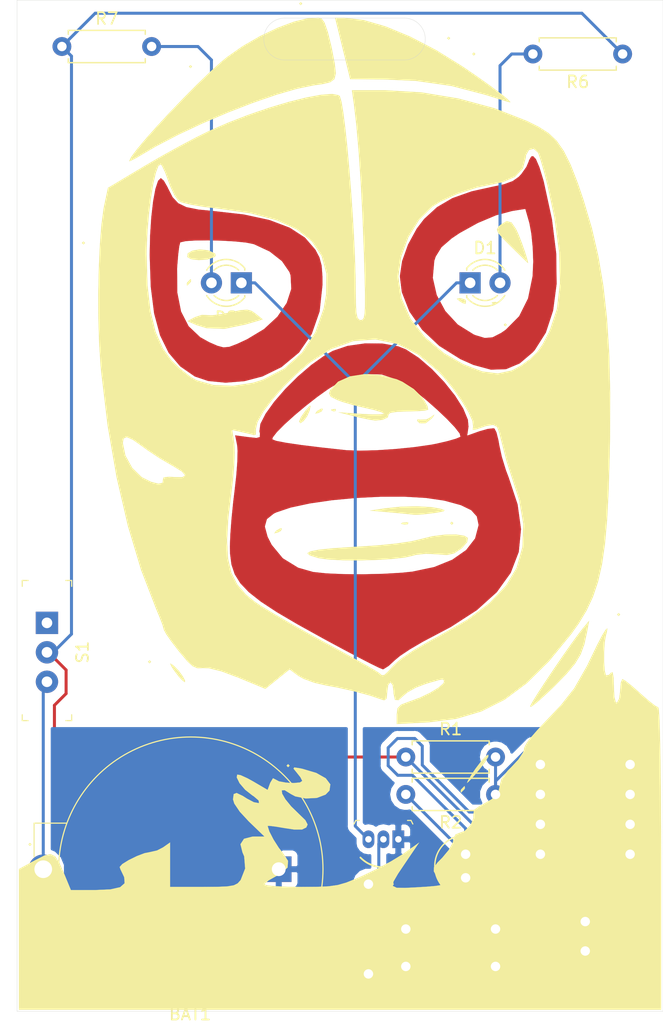
<source format=kicad_pcb>
(kicad_pcb (version 20171130) (host pcbnew "(5.0.0)")

  (general
    (thickness 1.6002)
    (drawings 10)
    (tracks 91)
    (zones 0)
    (modules 18)
    (nets 14)
  )

  (page A4)
  (title_block
    (title "El Santo LED Badge")
    (date 2018-09-19)
    (rev V1.0)
    (comment 4 "Author: Marco Martinez")
  )

  (layers
    (0 F.Cu jumper)
    (31 B.Cu signal)
    (34 B.Paste user)
    (35 F.Paste user)
    (36 B.SilkS user)
    (37 F.SilkS user)
    (38 B.Mask user)
    (39 F.Mask user)
    (41 Cmts.User user)
    (44 Edge.Cuts user)
    (45 Margin user)
    (46 B.CrtYd user)
    (47 F.CrtYd user)
    (49 F.Fab user)
  )

  (setup
    (last_trace_width 0.254)
    (trace_clearance 0.254)
    (zone_clearance 0.508)
    (zone_45_only no)
    (trace_min 0.1524)
    (segment_width 0.2)
    (edge_width 0.15)
    (via_size 0.762)
    (via_drill 0.381)
    (via_min_size 0.6858)
    (via_min_drill 0.3302)
    (uvia_size 0.762)
    (uvia_drill 0.381)
    (uvias_allowed no)
    (uvia_min_size 0.2)
    (uvia_min_drill 0.1)
    (pcb_text_width 0.3)
    (pcb_text_size 1.5 1.5)
    (mod_edge_width 0.15)
    (mod_text_size 1 1)
    (mod_text_width 0.15)
    (pad_size 1.524 1.524)
    (pad_drill 0.762)
    (pad_to_mask_clearance 0.0508)
    (aux_axis_origin 0 0)
    (visible_elements 7FFFFFFF)
    (pcbplotparams
      (layerselection 0x010f0_ffffffff)
      (usegerberextensions true)
      (usegerberattributes false)
      (usegerberadvancedattributes false)
      (creategerberjobfile false)
      (excludeedgelayer true)
      (linewidth 0.100000)
      (plotframeref false)
      (viasonmask false)
      (mode 1)
      (useauxorigin false)
      (hpglpennumber 1)
      (hpglpenspeed 20)
      (hpglpendiameter 15.000000)
      (psnegative false)
      (psa4output false)
      (plotreference true)
      (plotvalue true)
      (plotinvisibletext false)
      (padsonsilk false)
      (subtractmaskfromsilk false)
      (outputformat 1)
      (mirror false)
      (drillshape 0)
      (scaleselection 1)
      (outputdirectory "out/"))
  )

  (net 0 "")
  (net 1 GND)
  (net 2 "Net-(BAT1-PadPos)")
  (net 3 "Net-(C1-Pad1)")
  (net 4 "Net-(C2-Pad1)")
  (net 5 "Net-(D1-Pad1)")
  (net 6 "Net-(D1-Pad2)")
  (net 7 "Net-(D2-Pad2)")
  (net 8 "Net-(Q1-Pad2)")
  (net 9 "Net-(R1-Pad2)")
  (net 10 VCC)
  (net 11 "Net-(R3-Pad2)")
  (net 12 "Net-(S1-Pad1)")
  (net 13 "Net-(U1-Pad5)")

  (net_class Default "This is the default net class."
    (clearance 0.254)
    (trace_width 0.254)
    (via_dia 0.762)
    (via_drill 0.381)
    (uvia_dia 0.762)
    (uvia_drill 0.381)
    (add_net GND)
    (add_net "Net-(BAT1-PadPos)")
    (add_net "Net-(C1-Pad1)")
    (add_net "Net-(C2-Pad1)")
    (add_net "Net-(D1-Pad1)")
    (add_net "Net-(D1-Pad2)")
    (add_net "Net-(D2-Pad2)")
    (add_net "Net-(Q1-Pad2)")
    (add_net "Net-(R1-Pad2)")
    (add_net "Net-(R3-Pad2)")
    (add_net "Net-(S1-Pad1)")
    (add_net "Net-(U1-Pad5)")
    (add_net VCC)
  )

  (module digikey-footprints:Battery_Holder_Coin_2032_BS-7 (layer F.Cu) (tedit 5ACD0859) (tstamp 5BA3AB68)
    (at 149.225 114.935 180)
    (descr http://www.memoryprotectiondevices.com/datasheets/BS-7-datasheet.pdf)
    (path /5BA304E4)
    (fp_text reference BAT1 (at 7.52856 -12.3063 180) (layer F.SilkS)
      (effects (font (size 1 1) (thickness 0.15)))
    )
    (fp_text value BS-7 (at 7.4676 13.56 180) (layer F.Fab)
      (effects (font (size 1 1) (thickness 0.15)))
    )
    (fp_line (start -3.9624 11.43) (end 21.5138 11.43) (layer F.CrtYd) (width 0.05))
    (fp_line (start -3.9624 -11.43) (end 21.5138 -11.43) (layer F.CrtYd) (width 0.05))
    (fp_line (start 21.5138 -11.43) (end 21.5138 11.43) (layer F.CrtYd) (width 0.05))
    (fp_line (start -3.9624 -11.43) (end -3.9624 11.43) (layer F.CrtYd) (width 0.05))
    (fp_line (start 20.7772 3.9116) (end 20.7772 1.0668) (layer F.SilkS) (width 0.1))
    (fp_line (start 20.7772 -3.9116) (end 20.7772 -1.0668) (layer F.SilkS) (width 0.1))
    (fp_line (start 18.034 3.9116) (end 20.7772 3.9116) (layer F.SilkS) (width 0.1))
    (fp_line (start 18.034 -3.9116) (end 20.7772 -3.9116) (layer F.SilkS) (width 0.1))
    (fp_line (start 20.6756 -3.81) (end 20.6756 3.81) (layer F.Fab) (width 0.1))
    (fp_line (start 17.9832 3.81) (end 20.6756 3.81) (layer F.Fab) (width 0.1))
    (fp_line (start 17.9832 -3.81) (end 20.6756 -3.81) (layer F.Fab) (width 0.1))
    (fp_text user %R (at 7.4676 0 180) (layer F.Fab)
      (effects (font (size 1 1) (thickness 0.15)))
    )
    (fp_circle (center 7.4676 0) (end -3.7592 0) (layer F.SilkS) (width 0.1))
    (fp_circle (center 7.4676 0) (end -3.7084 0) (layer F.Fab) (width 0.1))
    (pad Neg thru_hole rect (at 0 0 180) (size 2.17 2.17) (drill 1.17) (layers *.Cu *.Mask)
      (net 1 GND))
    (pad Pos thru_hole circle (at 20 0 180) (size 2.5 2.5) (drill 1.5) (layers *.Cu *.Mask)
      (net 2 "Net-(BAT1-PadPos)"))
  )

  (module Capacitor_THT:CP_Radial_D5.0mm_P2.00mm (layer F.Cu) (tedit 5AE50EF0) (tstamp 5BA3CDFF)
    (at 165.1 113.665 270)
    (descr "CP, Radial series, Radial, pin pitch=2.00mm, , diameter=5mm, Electrolytic Capacitor")
    (tags "CP Radial series Radial pin pitch 2.00mm  diameter 5mm Electrolytic Capacitor")
    (path /5BA2F024)
    (fp_text reference C1 (at 1 -3.75 270) (layer F.SilkS)
      (effects (font (size 1 1) (thickness 0.15)))
    )
    (fp_text value 10uf (at 1 3.75 270) (layer F.Fab)
      (effects (font (size 1 1) (thickness 0.15)))
    )
    (fp_circle (center 1 0) (end 3.5 0) (layer F.Fab) (width 0.1))
    (fp_circle (center 1 0) (end 3.62 0) (layer F.SilkS) (width 0.12))
    (fp_circle (center 1 0) (end 3.75 0) (layer F.CrtYd) (width 0.05))
    (fp_line (start -1.133605 -1.0875) (end -0.633605 -1.0875) (layer F.Fab) (width 0.1))
    (fp_line (start -0.883605 -1.3375) (end -0.883605 -0.8375) (layer F.Fab) (width 0.1))
    (fp_line (start 1 1.04) (end 1 2.58) (layer F.SilkS) (width 0.12))
    (fp_line (start 1 -2.58) (end 1 -1.04) (layer F.SilkS) (width 0.12))
    (fp_line (start 1.04 1.04) (end 1.04 2.58) (layer F.SilkS) (width 0.12))
    (fp_line (start 1.04 -2.58) (end 1.04 -1.04) (layer F.SilkS) (width 0.12))
    (fp_line (start 1.08 -2.579) (end 1.08 -1.04) (layer F.SilkS) (width 0.12))
    (fp_line (start 1.08 1.04) (end 1.08 2.579) (layer F.SilkS) (width 0.12))
    (fp_line (start 1.12 -2.578) (end 1.12 -1.04) (layer F.SilkS) (width 0.12))
    (fp_line (start 1.12 1.04) (end 1.12 2.578) (layer F.SilkS) (width 0.12))
    (fp_line (start 1.16 -2.576) (end 1.16 -1.04) (layer F.SilkS) (width 0.12))
    (fp_line (start 1.16 1.04) (end 1.16 2.576) (layer F.SilkS) (width 0.12))
    (fp_line (start 1.2 -2.573) (end 1.2 -1.04) (layer F.SilkS) (width 0.12))
    (fp_line (start 1.2 1.04) (end 1.2 2.573) (layer F.SilkS) (width 0.12))
    (fp_line (start 1.24 -2.569) (end 1.24 -1.04) (layer F.SilkS) (width 0.12))
    (fp_line (start 1.24 1.04) (end 1.24 2.569) (layer F.SilkS) (width 0.12))
    (fp_line (start 1.28 -2.565) (end 1.28 -1.04) (layer F.SilkS) (width 0.12))
    (fp_line (start 1.28 1.04) (end 1.28 2.565) (layer F.SilkS) (width 0.12))
    (fp_line (start 1.32 -2.561) (end 1.32 -1.04) (layer F.SilkS) (width 0.12))
    (fp_line (start 1.32 1.04) (end 1.32 2.561) (layer F.SilkS) (width 0.12))
    (fp_line (start 1.36 -2.556) (end 1.36 -1.04) (layer F.SilkS) (width 0.12))
    (fp_line (start 1.36 1.04) (end 1.36 2.556) (layer F.SilkS) (width 0.12))
    (fp_line (start 1.4 -2.55) (end 1.4 -1.04) (layer F.SilkS) (width 0.12))
    (fp_line (start 1.4 1.04) (end 1.4 2.55) (layer F.SilkS) (width 0.12))
    (fp_line (start 1.44 -2.543) (end 1.44 -1.04) (layer F.SilkS) (width 0.12))
    (fp_line (start 1.44 1.04) (end 1.44 2.543) (layer F.SilkS) (width 0.12))
    (fp_line (start 1.48 -2.536) (end 1.48 -1.04) (layer F.SilkS) (width 0.12))
    (fp_line (start 1.48 1.04) (end 1.48 2.536) (layer F.SilkS) (width 0.12))
    (fp_line (start 1.52 -2.528) (end 1.52 -1.04) (layer F.SilkS) (width 0.12))
    (fp_line (start 1.52 1.04) (end 1.52 2.528) (layer F.SilkS) (width 0.12))
    (fp_line (start 1.56 -2.52) (end 1.56 -1.04) (layer F.SilkS) (width 0.12))
    (fp_line (start 1.56 1.04) (end 1.56 2.52) (layer F.SilkS) (width 0.12))
    (fp_line (start 1.6 -2.511) (end 1.6 -1.04) (layer F.SilkS) (width 0.12))
    (fp_line (start 1.6 1.04) (end 1.6 2.511) (layer F.SilkS) (width 0.12))
    (fp_line (start 1.64 -2.501) (end 1.64 -1.04) (layer F.SilkS) (width 0.12))
    (fp_line (start 1.64 1.04) (end 1.64 2.501) (layer F.SilkS) (width 0.12))
    (fp_line (start 1.68 -2.491) (end 1.68 -1.04) (layer F.SilkS) (width 0.12))
    (fp_line (start 1.68 1.04) (end 1.68 2.491) (layer F.SilkS) (width 0.12))
    (fp_line (start 1.721 -2.48) (end 1.721 -1.04) (layer F.SilkS) (width 0.12))
    (fp_line (start 1.721 1.04) (end 1.721 2.48) (layer F.SilkS) (width 0.12))
    (fp_line (start 1.761 -2.468) (end 1.761 -1.04) (layer F.SilkS) (width 0.12))
    (fp_line (start 1.761 1.04) (end 1.761 2.468) (layer F.SilkS) (width 0.12))
    (fp_line (start 1.801 -2.455) (end 1.801 -1.04) (layer F.SilkS) (width 0.12))
    (fp_line (start 1.801 1.04) (end 1.801 2.455) (layer F.SilkS) (width 0.12))
    (fp_line (start 1.841 -2.442) (end 1.841 -1.04) (layer F.SilkS) (width 0.12))
    (fp_line (start 1.841 1.04) (end 1.841 2.442) (layer F.SilkS) (width 0.12))
    (fp_line (start 1.881 -2.428) (end 1.881 -1.04) (layer F.SilkS) (width 0.12))
    (fp_line (start 1.881 1.04) (end 1.881 2.428) (layer F.SilkS) (width 0.12))
    (fp_line (start 1.921 -2.414) (end 1.921 -1.04) (layer F.SilkS) (width 0.12))
    (fp_line (start 1.921 1.04) (end 1.921 2.414) (layer F.SilkS) (width 0.12))
    (fp_line (start 1.961 -2.398) (end 1.961 -1.04) (layer F.SilkS) (width 0.12))
    (fp_line (start 1.961 1.04) (end 1.961 2.398) (layer F.SilkS) (width 0.12))
    (fp_line (start 2.001 -2.382) (end 2.001 -1.04) (layer F.SilkS) (width 0.12))
    (fp_line (start 2.001 1.04) (end 2.001 2.382) (layer F.SilkS) (width 0.12))
    (fp_line (start 2.041 -2.365) (end 2.041 -1.04) (layer F.SilkS) (width 0.12))
    (fp_line (start 2.041 1.04) (end 2.041 2.365) (layer F.SilkS) (width 0.12))
    (fp_line (start 2.081 -2.348) (end 2.081 -1.04) (layer F.SilkS) (width 0.12))
    (fp_line (start 2.081 1.04) (end 2.081 2.348) (layer F.SilkS) (width 0.12))
    (fp_line (start 2.121 -2.329) (end 2.121 -1.04) (layer F.SilkS) (width 0.12))
    (fp_line (start 2.121 1.04) (end 2.121 2.329) (layer F.SilkS) (width 0.12))
    (fp_line (start 2.161 -2.31) (end 2.161 -1.04) (layer F.SilkS) (width 0.12))
    (fp_line (start 2.161 1.04) (end 2.161 2.31) (layer F.SilkS) (width 0.12))
    (fp_line (start 2.201 -2.29) (end 2.201 -1.04) (layer F.SilkS) (width 0.12))
    (fp_line (start 2.201 1.04) (end 2.201 2.29) (layer F.SilkS) (width 0.12))
    (fp_line (start 2.241 -2.268) (end 2.241 -1.04) (layer F.SilkS) (width 0.12))
    (fp_line (start 2.241 1.04) (end 2.241 2.268) (layer F.SilkS) (width 0.12))
    (fp_line (start 2.281 -2.247) (end 2.281 -1.04) (layer F.SilkS) (width 0.12))
    (fp_line (start 2.281 1.04) (end 2.281 2.247) (layer F.SilkS) (width 0.12))
    (fp_line (start 2.321 -2.224) (end 2.321 -1.04) (layer F.SilkS) (width 0.12))
    (fp_line (start 2.321 1.04) (end 2.321 2.224) (layer F.SilkS) (width 0.12))
    (fp_line (start 2.361 -2.2) (end 2.361 -1.04) (layer F.SilkS) (width 0.12))
    (fp_line (start 2.361 1.04) (end 2.361 2.2) (layer F.SilkS) (width 0.12))
    (fp_line (start 2.401 -2.175) (end 2.401 -1.04) (layer F.SilkS) (width 0.12))
    (fp_line (start 2.401 1.04) (end 2.401 2.175) (layer F.SilkS) (width 0.12))
    (fp_line (start 2.441 -2.149) (end 2.441 -1.04) (layer F.SilkS) (width 0.12))
    (fp_line (start 2.441 1.04) (end 2.441 2.149) (layer F.SilkS) (width 0.12))
    (fp_line (start 2.481 -2.122) (end 2.481 -1.04) (layer F.SilkS) (width 0.12))
    (fp_line (start 2.481 1.04) (end 2.481 2.122) (layer F.SilkS) (width 0.12))
    (fp_line (start 2.521 -2.095) (end 2.521 -1.04) (layer F.SilkS) (width 0.12))
    (fp_line (start 2.521 1.04) (end 2.521 2.095) (layer F.SilkS) (width 0.12))
    (fp_line (start 2.561 -2.065) (end 2.561 -1.04) (layer F.SilkS) (width 0.12))
    (fp_line (start 2.561 1.04) (end 2.561 2.065) (layer F.SilkS) (width 0.12))
    (fp_line (start 2.601 -2.035) (end 2.601 -1.04) (layer F.SilkS) (width 0.12))
    (fp_line (start 2.601 1.04) (end 2.601 2.035) (layer F.SilkS) (width 0.12))
    (fp_line (start 2.641 -2.004) (end 2.641 -1.04) (layer F.SilkS) (width 0.12))
    (fp_line (start 2.641 1.04) (end 2.641 2.004) (layer F.SilkS) (width 0.12))
    (fp_line (start 2.681 -1.971) (end 2.681 -1.04) (layer F.SilkS) (width 0.12))
    (fp_line (start 2.681 1.04) (end 2.681 1.971) (layer F.SilkS) (width 0.12))
    (fp_line (start 2.721 -1.937) (end 2.721 -1.04) (layer F.SilkS) (width 0.12))
    (fp_line (start 2.721 1.04) (end 2.721 1.937) (layer F.SilkS) (width 0.12))
    (fp_line (start 2.761 -1.901) (end 2.761 -1.04) (layer F.SilkS) (width 0.12))
    (fp_line (start 2.761 1.04) (end 2.761 1.901) (layer F.SilkS) (width 0.12))
    (fp_line (start 2.801 -1.864) (end 2.801 -1.04) (layer F.SilkS) (width 0.12))
    (fp_line (start 2.801 1.04) (end 2.801 1.864) (layer F.SilkS) (width 0.12))
    (fp_line (start 2.841 -1.826) (end 2.841 -1.04) (layer F.SilkS) (width 0.12))
    (fp_line (start 2.841 1.04) (end 2.841 1.826) (layer F.SilkS) (width 0.12))
    (fp_line (start 2.881 -1.785) (end 2.881 -1.04) (layer F.SilkS) (width 0.12))
    (fp_line (start 2.881 1.04) (end 2.881 1.785) (layer F.SilkS) (width 0.12))
    (fp_line (start 2.921 -1.743) (end 2.921 -1.04) (layer F.SilkS) (width 0.12))
    (fp_line (start 2.921 1.04) (end 2.921 1.743) (layer F.SilkS) (width 0.12))
    (fp_line (start 2.961 -1.699) (end 2.961 -1.04) (layer F.SilkS) (width 0.12))
    (fp_line (start 2.961 1.04) (end 2.961 1.699) (layer F.SilkS) (width 0.12))
    (fp_line (start 3.001 -1.653) (end 3.001 -1.04) (layer F.SilkS) (width 0.12))
    (fp_line (start 3.001 1.04) (end 3.001 1.653) (layer F.SilkS) (width 0.12))
    (fp_line (start 3.041 -1.605) (end 3.041 1.605) (layer F.SilkS) (width 0.12))
    (fp_line (start 3.081 -1.554) (end 3.081 1.554) (layer F.SilkS) (width 0.12))
    (fp_line (start 3.121 -1.5) (end 3.121 1.5) (layer F.SilkS) (width 0.12))
    (fp_line (start 3.161 -1.443) (end 3.161 1.443) (layer F.SilkS) (width 0.12))
    (fp_line (start 3.201 -1.383) (end 3.201 1.383) (layer F.SilkS) (width 0.12))
    (fp_line (start 3.241 -1.319) (end 3.241 1.319) (layer F.SilkS) (width 0.12))
    (fp_line (start 3.281 -1.251) (end 3.281 1.251) (layer F.SilkS) (width 0.12))
    (fp_line (start 3.321 -1.178) (end 3.321 1.178) (layer F.SilkS) (width 0.12))
    (fp_line (start 3.361 -1.098) (end 3.361 1.098) (layer F.SilkS) (width 0.12))
    (fp_line (start 3.401 -1.011) (end 3.401 1.011) (layer F.SilkS) (width 0.12))
    (fp_line (start 3.441 -0.915) (end 3.441 0.915) (layer F.SilkS) (width 0.12))
    (fp_line (start 3.481 -0.805) (end 3.481 0.805) (layer F.SilkS) (width 0.12))
    (fp_line (start 3.521 -0.677) (end 3.521 0.677) (layer F.SilkS) (width 0.12))
    (fp_line (start 3.561 -0.518) (end 3.561 0.518) (layer F.SilkS) (width 0.12))
    (fp_line (start 3.601 -0.284) (end 3.601 0.284) (layer F.SilkS) (width 0.12))
    (fp_line (start -1.804775 -1.475) (end -1.304775 -1.475) (layer F.SilkS) (width 0.12))
    (fp_line (start -1.554775 -1.725) (end -1.554775 -1.225) (layer F.SilkS) (width 0.12))
    (fp_text user %R (at 1 0 270) (layer F.Fab)
      (effects (font (size 1 1) (thickness 0.15)))
    )
    (pad 1 thru_hole rect (at 0 0 270) (size 1.6 1.6) (drill 0.8) (layers *.Cu *.Mask)
      (net 3 "Net-(C1-Pad1)"))
    (pad 2 thru_hole circle (at 2 0 270) (size 1.6 1.6) (drill 0.8) (layers *.Cu *.Mask)
      (net 1 GND))
    (model ${KISYS3DMOD}/Capacitor_THT.3dshapes/CP_Radial_D5.0mm_P2.00mm.wrl
      (at (xyz 0 0 0))
      (scale (xyz 1 1 1))
      (rotate (xyz 0 0 0))
    )
  )

  (module Capacitor_THT:CP_Radial_D6.3mm_P2.50mm (layer F.Cu) (tedit 5AE50EF0) (tstamp 5BA3CC57)
    (at 175.26 119.38 270)
    (descr "CP, Radial series, Radial, pin pitch=2.50mm, , diameter=6.3mm, Electrolytic Capacitor")
    (tags "CP Radial series Radial pin pitch 2.50mm  diameter 6.3mm Electrolytic Capacitor")
    (path /5BA2F0C4)
    (fp_text reference C2 (at 1.25 -4.4 270) (layer F.SilkS)
      (effects (font (size 1 1) (thickness 0.15)))
    )
    (fp_text value 100uf (at 1.25 4.4 270) (layer F.Fab)
      (effects (font (size 1 1) (thickness 0.15)))
    )
    (fp_circle (center 1.25 0) (end 4.4 0) (layer F.Fab) (width 0.1))
    (fp_circle (center 1.25 0) (end 4.52 0) (layer F.SilkS) (width 0.12))
    (fp_circle (center 1.25 0) (end 4.65 0) (layer F.CrtYd) (width 0.05))
    (fp_line (start -1.443972 -1.3735) (end -0.813972 -1.3735) (layer F.Fab) (width 0.1))
    (fp_line (start -1.128972 -1.6885) (end -1.128972 -1.0585) (layer F.Fab) (width 0.1))
    (fp_line (start 1.25 -3.23) (end 1.25 3.23) (layer F.SilkS) (width 0.12))
    (fp_line (start 1.29 -3.23) (end 1.29 3.23) (layer F.SilkS) (width 0.12))
    (fp_line (start 1.33 -3.23) (end 1.33 3.23) (layer F.SilkS) (width 0.12))
    (fp_line (start 1.37 -3.228) (end 1.37 3.228) (layer F.SilkS) (width 0.12))
    (fp_line (start 1.41 -3.227) (end 1.41 3.227) (layer F.SilkS) (width 0.12))
    (fp_line (start 1.45 -3.224) (end 1.45 3.224) (layer F.SilkS) (width 0.12))
    (fp_line (start 1.49 -3.222) (end 1.49 -1.04) (layer F.SilkS) (width 0.12))
    (fp_line (start 1.49 1.04) (end 1.49 3.222) (layer F.SilkS) (width 0.12))
    (fp_line (start 1.53 -3.218) (end 1.53 -1.04) (layer F.SilkS) (width 0.12))
    (fp_line (start 1.53 1.04) (end 1.53 3.218) (layer F.SilkS) (width 0.12))
    (fp_line (start 1.57 -3.215) (end 1.57 -1.04) (layer F.SilkS) (width 0.12))
    (fp_line (start 1.57 1.04) (end 1.57 3.215) (layer F.SilkS) (width 0.12))
    (fp_line (start 1.61 -3.211) (end 1.61 -1.04) (layer F.SilkS) (width 0.12))
    (fp_line (start 1.61 1.04) (end 1.61 3.211) (layer F.SilkS) (width 0.12))
    (fp_line (start 1.65 -3.206) (end 1.65 -1.04) (layer F.SilkS) (width 0.12))
    (fp_line (start 1.65 1.04) (end 1.65 3.206) (layer F.SilkS) (width 0.12))
    (fp_line (start 1.69 -3.201) (end 1.69 -1.04) (layer F.SilkS) (width 0.12))
    (fp_line (start 1.69 1.04) (end 1.69 3.201) (layer F.SilkS) (width 0.12))
    (fp_line (start 1.73 -3.195) (end 1.73 -1.04) (layer F.SilkS) (width 0.12))
    (fp_line (start 1.73 1.04) (end 1.73 3.195) (layer F.SilkS) (width 0.12))
    (fp_line (start 1.77 -3.189) (end 1.77 -1.04) (layer F.SilkS) (width 0.12))
    (fp_line (start 1.77 1.04) (end 1.77 3.189) (layer F.SilkS) (width 0.12))
    (fp_line (start 1.81 -3.182) (end 1.81 -1.04) (layer F.SilkS) (width 0.12))
    (fp_line (start 1.81 1.04) (end 1.81 3.182) (layer F.SilkS) (width 0.12))
    (fp_line (start 1.85 -3.175) (end 1.85 -1.04) (layer F.SilkS) (width 0.12))
    (fp_line (start 1.85 1.04) (end 1.85 3.175) (layer F.SilkS) (width 0.12))
    (fp_line (start 1.89 -3.167) (end 1.89 -1.04) (layer F.SilkS) (width 0.12))
    (fp_line (start 1.89 1.04) (end 1.89 3.167) (layer F.SilkS) (width 0.12))
    (fp_line (start 1.93 -3.159) (end 1.93 -1.04) (layer F.SilkS) (width 0.12))
    (fp_line (start 1.93 1.04) (end 1.93 3.159) (layer F.SilkS) (width 0.12))
    (fp_line (start 1.971 -3.15) (end 1.971 -1.04) (layer F.SilkS) (width 0.12))
    (fp_line (start 1.971 1.04) (end 1.971 3.15) (layer F.SilkS) (width 0.12))
    (fp_line (start 2.011 -3.141) (end 2.011 -1.04) (layer F.SilkS) (width 0.12))
    (fp_line (start 2.011 1.04) (end 2.011 3.141) (layer F.SilkS) (width 0.12))
    (fp_line (start 2.051 -3.131) (end 2.051 -1.04) (layer F.SilkS) (width 0.12))
    (fp_line (start 2.051 1.04) (end 2.051 3.131) (layer F.SilkS) (width 0.12))
    (fp_line (start 2.091 -3.121) (end 2.091 -1.04) (layer F.SilkS) (width 0.12))
    (fp_line (start 2.091 1.04) (end 2.091 3.121) (layer F.SilkS) (width 0.12))
    (fp_line (start 2.131 -3.11) (end 2.131 -1.04) (layer F.SilkS) (width 0.12))
    (fp_line (start 2.131 1.04) (end 2.131 3.11) (layer F.SilkS) (width 0.12))
    (fp_line (start 2.171 -3.098) (end 2.171 -1.04) (layer F.SilkS) (width 0.12))
    (fp_line (start 2.171 1.04) (end 2.171 3.098) (layer F.SilkS) (width 0.12))
    (fp_line (start 2.211 -3.086) (end 2.211 -1.04) (layer F.SilkS) (width 0.12))
    (fp_line (start 2.211 1.04) (end 2.211 3.086) (layer F.SilkS) (width 0.12))
    (fp_line (start 2.251 -3.074) (end 2.251 -1.04) (layer F.SilkS) (width 0.12))
    (fp_line (start 2.251 1.04) (end 2.251 3.074) (layer F.SilkS) (width 0.12))
    (fp_line (start 2.291 -3.061) (end 2.291 -1.04) (layer F.SilkS) (width 0.12))
    (fp_line (start 2.291 1.04) (end 2.291 3.061) (layer F.SilkS) (width 0.12))
    (fp_line (start 2.331 -3.047) (end 2.331 -1.04) (layer F.SilkS) (width 0.12))
    (fp_line (start 2.331 1.04) (end 2.331 3.047) (layer F.SilkS) (width 0.12))
    (fp_line (start 2.371 -3.033) (end 2.371 -1.04) (layer F.SilkS) (width 0.12))
    (fp_line (start 2.371 1.04) (end 2.371 3.033) (layer F.SilkS) (width 0.12))
    (fp_line (start 2.411 -3.018) (end 2.411 -1.04) (layer F.SilkS) (width 0.12))
    (fp_line (start 2.411 1.04) (end 2.411 3.018) (layer F.SilkS) (width 0.12))
    (fp_line (start 2.451 -3.002) (end 2.451 -1.04) (layer F.SilkS) (width 0.12))
    (fp_line (start 2.451 1.04) (end 2.451 3.002) (layer F.SilkS) (width 0.12))
    (fp_line (start 2.491 -2.986) (end 2.491 -1.04) (layer F.SilkS) (width 0.12))
    (fp_line (start 2.491 1.04) (end 2.491 2.986) (layer F.SilkS) (width 0.12))
    (fp_line (start 2.531 -2.97) (end 2.531 -1.04) (layer F.SilkS) (width 0.12))
    (fp_line (start 2.531 1.04) (end 2.531 2.97) (layer F.SilkS) (width 0.12))
    (fp_line (start 2.571 -2.952) (end 2.571 -1.04) (layer F.SilkS) (width 0.12))
    (fp_line (start 2.571 1.04) (end 2.571 2.952) (layer F.SilkS) (width 0.12))
    (fp_line (start 2.611 -2.934) (end 2.611 -1.04) (layer F.SilkS) (width 0.12))
    (fp_line (start 2.611 1.04) (end 2.611 2.934) (layer F.SilkS) (width 0.12))
    (fp_line (start 2.651 -2.916) (end 2.651 -1.04) (layer F.SilkS) (width 0.12))
    (fp_line (start 2.651 1.04) (end 2.651 2.916) (layer F.SilkS) (width 0.12))
    (fp_line (start 2.691 -2.896) (end 2.691 -1.04) (layer F.SilkS) (width 0.12))
    (fp_line (start 2.691 1.04) (end 2.691 2.896) (layer F.SilkS) (width 0.12))
    (fp_line (start 2.731 -2.876) (end 2.731 -1.04) (layer F.SilkS) (width 0.12))
    (fp_line (start 2.731 1.04) (end 2.731 2.876) (layer F.SilkS) (width 0.12))
    (fp_line (start 2.771 -2.856) (end 2.771 -1.04) (layer F.SilkS) (width 0.12))
    (fp_line (start 2.771 1.04) (end 2.771 2.856) (layer F.SilkS) (width 0.12))
    (fp_line (start 2.811 -2.834) (end 2.811 -1.04) (layer F.SilkS) (width 0.12))
    (fp_line (start 2.811 1.04) (end 2.811 2.834) (layer F.SilkS) (width 0.12))
    (fp_line (start 2.851 -2.812) (end 2.851 -1.04) (layer F.SilkS) (width 0.12))
    (fp_line (start 2.851 1.04) (end 2.851 2.812) (layer F.SilkS) (width 0.12))
    (fp_line (start 2.891 -2.79) (end 2.891 -1.04) (layer F.SilkS) (width 0.12))
    (fp_line (start 2.891 1.04) (end 2.891 2.79) (layer F.SilkS) (width 0.12))
    (fp_line (start 2.931 -2.766) (end 2.931 -1.04) (layer F.SilkS) (width 0.12))
    (fp_line (start 2.931 1.04) (end 2.931 2.766) (layer F.SilkS) (width 0.12))
    (fp_line (start 2.971 -2.742) (end 2.971 -1.04) (layer F.SilkS) (width 0.12))
    (fp_line (start 2.971 1.04) (end 2.971 2.742) (layer F.SilkS) (width 0.12))
    (fp_line (start 3.011 -2.716) (end 3.011 -1.04) (layer F.SilkS) (width 0.12))
    (fp_line (start 3.011 1.04) (end 3.011 2.716) (layer F.SilkS) (width 0.12))
    (fp_line (start 3.051 -2.69) (end 3.051 -1.04) (layer F.SilkS) (width 0.12))
    (fp_line (start 3.051 1.04) (end 3.051 2.69) (layer F.SilkS) (width 0.12))
    (fp_line (start 3.091 -2.664) (end 3.091 -1.04) (layer F.SilkS) (width 0.12))
    (fp_line (start 3.091 1.04) (end 3.091 2.664) (layer F.SilkS) (width 0.12))
    (fp_line (start 3.131 -2.636) (end 3.131 -1.04) (layer F.SilkS) (width 0.12))
    (fp_line (start 3.131 1.04) (end 3.131 2.636) (layer F.SilkS) (width 0.12))
    (fp_line (start 3.171 -2.607) (end 3.171 -1.04) (layer F.SilkS) (width 0.12))
    (fp_line (start 3.171 1.04) (end 3.171 2.607) (layer F.SilkS) (width 0.12))
    (fp_line (start 3.211 -2.578) (end 3.211 -1.04) (layer F.SilkS) (width 0.12))
    (fp_line (start 3.211 1.04) (end 3.211 2.578) (layer F.SilkS) (width 0.12))
    (fp_line (start 3.251 -2.548) (end 3.251 -1.04) (layer F.SilkS) (width 0.12))
    (fp_line (start 3.251 1.04) (end 3.251 2.548) (layer F.SilkS) (width 0.12))
    (fp_line (start 3.291 -2.516) (end 3.291 -1.04) (layer F.SilkS) (width 0.12))
    (fp_line (start 3.291 1.04) (end 3.291 2.516) (layer F.SilkS) (width 0.12))
    (fp_line (start 3.331 -2.484) (end 3.331 -1.04) (layer F.SilkS) (width 0.12))
    (fp_line (start 3.331 1.04) (end 3.331 2.484) (layer F.SilkS) (width 0.12))
    (fp_line (start 3.371 -2.45) (end 3.371 -1.04) (layer F.SilkS) (width 0.12))
    (fp_line (start 3.371 1.04) (end 3.371 2.45) (layer F.SilkS) (width 0.12))
    (fp_line (start 3.411 -2.416) (end 3.411 -1.04) (layer F.SilkS) (width 0.12))
    (fp_line (start 3.411 1.04) (end 3.411 2.416) (layer F.SilkS) (width 0.12))
    (fp_line (start 3.451 -2.38) (end 3.451 -1.04) (layer F.SilkS) (width 0.12))
    (fp_line (start 3.451 1.04) (end 3.451 2.38) (layer F.SilkS) (width 0.12))
    (fp_line (start 3.491 -2.343) (end 3.491 -1.04) (layer F.SilkS) (width 0.12))
    (fp_line (start 3.491 1.04) (end 3.491 2.343) (layer F.SilkS) (width 0.12))
    (fp_line (start 3.531 -2.305) (end 3.531 -1.04) (layer F.SilkS) (width 0.12))
    (fp_line (start 3.531 1.04) (end 3.531 2.305) (layer F.SilkS) (width 0.12))
    (fp_line (start 3.571 -2.265) (end 3.571 2.265) (layer F.SilkS) (width 0.12))
    (fp_line (start 3.611 -2.224) (end 3.611 2.224) (layer F.SilkS) (width 0.12))
    (fp_line (start 3.651 -2.182) (end 3.651 2.182) (layer F.SilkS) (width 0.12))
    (fp_line (start 3.691 -2.137) (end 3.691 2.137) (layer F.SilkS) (width 0.12))
    (fp_line (start 3.731 -2.092) (end 3.731 2.092) (layer F.SilkS) (width 0.12))
    (fp_line (start 3.771 -2.044) (end 3.771 2.044) (layer F.SilkS) (width 0.12))
    (fp_line (start 3.811 -1.995) (end 3.811 1.995) (layer F.SilkS) (width 0.12))
    (fp_line (start 3.851 -1.944) (end 3.851 1.944) (layer F.SilkS) (width 0.12))
    (fp_line (start 3.891 -1.89) (end 3.891 1.89) (layer F.SilkS) (width 0.12))
    (fp_line (start 3.931 -1.834) (end 3.931 1.834) (layer F.SilkS) (width 0.12))
    (fp_line (start 3.971 -1.776) (end 3.971 1.776) (layer F.SilkS) (width 0.12))
    (fp_line (start 4.011 -1.714) (end 4.011 1.714) (layer F.SilkS) (width 0.12))
    (fp_line (start 4.051 -1.65) (end 4.051 1.65) (layer F.SilkS) (width 0.12))
    (fp_line (start 4.091 -1.581) (end 4.091 1.581) (layer F.SilkS) (width 0.12))
    (fp_line (start 4.131 -1.509) (end 4.131 1.509) (layer F.SilkS) (width 0.12))
    (fp_line (start 4.171 -1.432) (end 4.171 1.432) (layer F.SilkS) (width 0.12))
    (fp_line (start 4.211 -1.35) (end 4.211 1.35) (layer F.SilkS) (width 0.12))
    (fp_line (start 4.251 -1.262) (end 4.251 1.262) (layer F.SilkS) (width 0.12))
    (fp_line (start 4.291 -1.165) (end 4.291 1.165) (layer F.SilkS) (width 0.12))
    (fp_line (start 4.331 -1.059) (end 4.331 1.059) (layer F.SilkS) (width 0.12))
    (fp_line (start 4.371 -0.94) (end 4.371 0.94) (layer F.SilkS) (width 0.12))
    (fp_line (start 4.411 -0.802) (end 4.411 0.802) (layer F.SilkS) (width 0.12))
    (fp_line (start 4.451 -0.633) (end 4.451 0.633) (layer F.SilkS) (width 0.12))
    (fp_line (start 4.491 -0.402) (end 4.491 0.402) (layer F.SilkS) (width 0.12))
    (fp_line (start -2.250241 -1.839) (end -1.620241 -1.839) (layer F.SilkS) (width 0.12))
    (fp_line (start -1.935241 -2.154) (end -1.935241 -1.524) (layer F.SilkS) (width 0.12))
    (fp_text user %R (at 1.25 0 270) (layer F.Fab)
      (effects (font (size 1 1) (thickness 0.15)))
    )
    (pad 1 thru_hole rect (at 0 0 270) (size 1.6 1.6) (drill 0.8) (layers *.Cu *.Mask)
      (net 4 "Net-(C2-Pad1)"))
    (pad 2 thru_hole circle (at 2.5 0 270) (size 1.6 1.6) (drill 0.8) (layers *.Cu *.Mask)
      (net 1 GND))
    (model ${KISYS3DMOD}/Capacitor_THT.3dshapes/CP_Radial_D6.3mm_P2.50mm.wrl
      (at (xyz 0 0 0))
      (scale (xyz 1 1 1))
      (rotate (xyz 0 0 0))
    )
  )

  (module LED_THT:LED_D3.0mm (layer F.Cu) (tedit 587A3A7B) (tstamp 5BA3C894)
    (at 165.481 65.151)
    (descr "LED, diameter 3.0mm, 2 pins")
    (tags "LED diameter 3.0mm 2 pins")
    (path /5BA2F1EE)
    (fp_text reference D1 (at 1.27 -2.96) (layer F.SilkS)
      (effects (font (size 1 1) (thickness 0.15)))
    )
    (fp_text value WHITE (at 1.27 2.96) (layer F.Fab)
      (effects (font (size 1 1) (thickness 0.15)))
    )
    (fp_arc (start 1.27 0) (end -0.23 -1.16619) (angle 284.3) (layer F.Fab) (width 0.1))
    (fp_arc (start 1.27 0) (end -0.29 -1.235516) (angle 108.8) (layer F.SilkS) (width 0.12))
    (fp_arc (start 1.27 0) (end -0.29 1.235516) (angle -108.8) (layer F.SilkS) (width 0.12))
    (fp_arc (start 1.27 0) (end 0.229039 -1.08) (angle 87.9) (layer F.SilkS) (width 0.12))
    (fp_arc (start 1.27 0) (end 0.229039 1.08) (angle -87.9) (layer F.SilkS) (width 0.12))
    (fp_circle (center 1.27 0) (end 2.77 0) (layer F.Fab) (width 0.1))
    (fp_line (start -0.23 -1.16619) (end -0.23 1.16619) (layer F.Fab) (width 0.1))
    (fp_line (start -0.29 -1.236) (end -0.29 -1.08) (layer F.SilkS) (width 0.12))
    (fp_line (start -0.29 1.08) (end -0.29 1.236) (layer F.SilkS) (width 0.12))
    (fp_line (start -1.15 -2.25) (end -1.15 2.25) (layer F.CrtYd) (width 0.05))
    (fp_line (start -1.15 2.25) (end 3.7 2.25) (layer F.CrtYd) (width 0.05))
    (fp_line (start 3.7 2.25) (end 3.7 -2.25) (layer F.CrtYd) (width 0.05))
    (fp_line (start 3.7 -2.25) (end -1.15 -2.25) (layer F.CrtYd) (width 0.05))
    (pad 1 thru_hole rect (at 0 0) (size 1.8 1.8) (drill 0.9) (layers *.Cu *.Mask)
      (net 5 "Net-(D1-Pad1)"))
    (pad 2 thru_hole circle (at 2.54 0) (size 1.8 1.8) (drill 0.9) (layers *.Cu *.Mask)
      (net 6 "Net-(D1-Pad2)"))
    (model ${KISYS3DMOD}/LED_THT.3dshapes/LED_D3.0mm.wrl
      (at (xyz 0 0 0))
      (scale (xyz 1 1 1))
      (rotate (xyz 0 0 0))
    )
  )

  (module LED_THT:LED_D3.0mm (layer F.Cu) (tedit 587A3A7B) (tstamp 5BA3A78C)
    (at 146.05 65.151 180)
    (descr "LED, diameter 3.0mm, 2 pins")
    (tags "LED diameter 3.0mm 2 pins")
    (path /5BA30F15)
    (fp_text reference D2 (at 1.27 -2.96 180) (layer F.SilkS)
      (effects (font (size 1 1) (thickness 0.15)))
    )
    (fp_text value WHITE (at 1.27 2.96 180) (layer F.Fab)
      (effects (font (size 1 1) (thickness 0.15)))
    )
    (fp_line (start 3.7 -2.25) (end -1.15 -2.25) (layer F.CrtYd) (width 0.05))
    (fp_line (start 3.7 2.25) (end 3.7 -2.25) (layer F.CrtYd) (width 0.05))
    (fp_line (start -1.15 2.25) (end 3.7 2.25) (layer F.CrtYd) (width 0.05))
    (fp_line (start -1.15 -2.25) (end -1.15 2.25) (layer F.CrtYd) (width 0.05))
    (fp_line (start -0.29 1.08) (end -0.29 1.236) (layer F.SilkS) (width 0.12))
    (fp_line (start -0.29 -1.236) (end -0.29 -1.08) (layer F.SilkS) (width 0.12))
    (fp_line (start -0.23 -1.16619) (end -0.23 1.16619) (layer F.Fab) (width 0.1))
    (fp_circle (center 1.27 0) (end 2.77 0) (layer F.Fab) (width 0.1))
    (fp_arc (start 1.27 0) (end 0.229039 1.08) (angle -87.9) (layer F.SilkS) (width 0.12))
    (fp_arc (start 1.27 0) (end 0.229039 -1.08) (angle 87.9) (layer F.SilkS) (width 0.12))
    (fp_arc (start 1.27 0) (end -0.29 1.235516) (angle -108.8) (layer F.SilkS) (width 0.12))
    (fp_arc (start 1.27 0) (end -0.29 -1.235516) (angle 108.8) (layer F.SilkS) (width 0.12))
    (fp_arc (start 1.27 0) (end -0.23 -1.16619) (angle 284.3) (layer F.Fab) (width 0.1))
    (pad 2 thru_hole circle (at 2.54 0 180) (size 1.8 1.8) (drill 0.9) (layers *.Cu *.Mask)
      (net 7 "Net-(D2-Pad2)"))
    (pad 1 thru_hole rect (at 0 0 180) (size 1.8 1.8) (drill 0.9) (layers *.Cu *.Mask)
      (net 5 "Net-(D1-Pad1)"))
    (model ${KISYS3DMOD}/LED_THT.3dshapes/LED_D3.0mm.wrl
      (at (xyz 0 0 0))
      (scale (xyz 1 1 1))
      (rotate (xyz 0 0 0))
    )
  )

  (module digikey-footprints:TO-92-3 (layer F.Cu) (tedit 5AF9CDD1) (tstamp 5BA3CB9E)
    (at 159.385 112.395 180)
    (descr http://www.ti.com/lit/ds/symlink/tl431a.pdf)
    (path /5BA2F28F)
    (fp_text reference Q1 (at 1.27 -3.35 180) (layer F.SilkS)
      (effects (font (size 1 1) (thickness 0.15)))
    )
    (fp_text value 2N3904 (at 1.27 2.5 180) (layer F.Fab)
      (effects (font (size 1 1) (thickness 0.15)))
    )
    (fp_arc (start 1.27 0.35) (end -0.63 -1.6) (angle 90) (layer F.SilkS) (width 0.15))
    (fp_line (start 3.57 1.5) (end -1.03 1.5) (layer F.Fab) (width 0.15))
    (fp_arc (start 1.27 0.3) (end -1.03 1.5) (angle 235) (layer F.Fab) (width 0.15))
    (fp_arc (start 1.27 0.3) (end -1.33 0.3) (angle 90) (layer F.Fab) (width 0.15))
    (fp_line (start -1.63 -2.5) (end 4.17 -2.5) (layer F.CrtYd) (width 0.05))
    (fp_line (start -1.63 1.75) (end 4.17 1.75) (layer F.CrtYd) (width 0.05))
    (fp_line (start -1.63 1.75) (end -1.63 -2.5) (layer F.CrtYd) (width 0.05))
    (fp_line (start 4.17 1.75) (end 4.17 -2.5) (layer F.CrtYd) (width 0.05))
    (fp_line (start 3.62 1.6) (end 3.77 1.3) (layer F.SilkS) (width 0.1))
    (fp_line (start 3.62 1.6) (end 3.32 1.6) (layer F.SilkS) (width 0.1))
    (fp_line (start -0.78 1.6) (end -1.08 1.6) (layer F.SilkS) (width 0.1))
    (fp_line (start -1.08 1.6) (end -1.23 1.3) (layer F.SilkS) (width 0.1))
    (fp_text user %R (at 1.27 -1.25) (layer F.Fab)
      (effects (font (size 0.75 0.75) (thickness 0.15)))
    )
    (pad 2 thru_hole oval (at 1.27 0) (size 1 1.5) (drill 0.55) (layers *.Cu *.Mask)
      (net 8 "Net-(Q1-Pad2)"))
    (pad 3 thru_hole oval (at 2.54 0) (size 1 1.5) (drill 0.55) (layers *.Cu *.Mask)
      (net 5 "Net-(D1-Pad1)"))
    (pad 1 thru_hole rect (at 0 0) (size 1 1.5) (drill 0.55) (layers *.Cu *.Mask)
      (net 1 GND))
  )

  (module Resistor_THT:R_Axial_DIN0207_L6.3mm_D2.5mm_P7.62mm_Horizontal (layer F.Cu) (tedit 5AE5139B) (tstamp 5BA3CB5F)
    (at 160.02 105.41)
    (descr "Resistor, Axial_DIN0207 series, Axial, Horizontal, pin pitch=7.62mm, 0.25W = 1/4W, length*diameter=6.3*2.5mm^2, http://cdn-reichelt.de/documents/datenblatt/B400/1_4W%23YAG.pdf")
    (tags "Resistor Axial_DIN0207 series Axial Horizontal pin pitch 7.62mm 0.25W = 1/4W length 6.3mm diameter 2.5mm")
    (path /5BA2EDE8)
    (fp_text reference R1 (at 3.81 -2.37) (layer F.SilkS)
      (effects (font (size 1 1) (thickness 0.15)))
    )
    (fp_text value 22k (at 3.81 2.37) (layer F.Fab)
      (effects (font (size 1 1) (thickness 0.15)))
    )
    (fp_text user %R (at 3.81 0) (layer F.Fab)
      (effects (font (size 1 1) (thickness 0.15)))
    )
    (fp_line (start 8.67 -1.5) (end -1.05 -1.5) (layer F.CrtYd) (width 0.05))
    (fp_line (start 8.67 1.5) (end 8.67 -1.5) (layer F.CrtYd) (width 0.05))
    (fp_line (start -1.05 1.5) (end 8.67 1.5) (layer F.CrtYd) (width 0.05))
    (fp_line (start -1.05 -1.5) (end -1.05 1.5) (layer F.CrtYd) (width 0.05))
    (fp_line (start 7.08 1.37) (end 7.08 1.04) (layer F.SilkS) (width 0.12))
    (fp_line (start 0.54 1.37) (end 7.08 1.37) (layer F.SilkS) (width 0.12))
    (fp_line (start 0.54 1.04) (end 0.54 1.37) (layer F.SilkS) (width 0.12))
    (fp_line (start 7.08 -1.37) (end 7.08 -1.04) (layer F.SilkS) (width 0.12))
    (fp_line (start 0.54 -1.37) (end 7.08 -1.37) (layer F.SilkS) (width 0.12))
    (fp_line (start 0.54 -1.04) (end 0.54 -1.37) (layer F.SilkS) (width 0.12))
    (fp_line (start 7.62 0) (end 6.96 0) (layer F.Fab) (width 0.1))
    (fp_line (start 0 0) (end 0.66 0) (layer F.Fab) (width 0.1))
    (fp_line (start 6.96 -1.25) (end 0.66 -1.25) (layer F.Fab) (width 0.1))
    (fp_line (start 6.96 1.25) (end 6.96 -1.25) (layer F.Fab) (width 0.1))
    (fp_line (start 0.66 1.25) (end 6.96 1.25) (layer F.Fab) (width 0.1))
    (fp_line (start 0.66 -1.25) (end 0.66 1.25) (layer F.Fab) (width 0.1))
    (pad 2 thru_hole oval (at 7.62 0) (size 1.6 1.6) (drill 0.8) (layers *.Cu *.Mask)
      (net 9 "Net-(R1-Pad2)"))
    (pad 1 thru_hole circle (at 0 0) (size 1.6 1.6) (drill 0.8) (layers *.Cu *.Mask)
      (net 10 VCC))
    (model ${KISYS3DMOD}/Resistor_THT.3dshapes/R_Axial_DIN0207_L6.3mm_D2.5mm_P7.62mm_Horizontal.wrl
      (at (xyz 0 0 0))
      (scale (xyz 1 1 1))
      (rotate (xyz 0 0 0))
    )
  )

  (module Resistor_THT:R_Axial_DIN0207_L6.3mm_D2.5mm_P7.62mm_Horizontal (layer F.Cu) (tedit 5AE5139B) (tstamp 5BA3CB1D)
    (at 167.64 108.585 180)
    (descr "Resistor, Axial_DIN0207 series, Axial, Horizontal, pin pitch=7.62mm, 0.25W = 1/4W, length*diameter=6.3*2.5mm^2, http://cdn-reichelt.de/documents/datenblatt/B400/1_4W%23YAG.pdf")
    (tags "Resistor Axial_DIN0207 series Axial Horizontal pin pitch 7.62mm 0.25W = 1/4W length 6.3mm diameter 2.5mm")
    (path /5BA2EDAD)
    (fp_text reference R2 (at 3.81 -2.37 180) (layer F.SilkS)
      (effects (font (size 1 1) (thickness 0.15)))
    )
    (fp_text value 330k (at 3.81 2.37 180) (layer F.Fab)
      (effects (font (size 1 1) (thickness 0.15)))
    )
    (fp_line (start 0.66 -1.25) (end 0.66 1.25) (layer F.Fab) (width 0.1))
    (fp_line (start 0.66 1.25) (end 6.96 1.25) (layer F.Fab) (width 0.1))
    (fp_line (start 6.96 1.25) (end 6.96 -1.25) (layer F.Fab) (width 0.1))
    (fp_line (start 6.96 -1.25) (end 0.66 -1.25) (layer F.Fab) (width 0.1))
    (fp_line (start 0 0) (end 0.66 0) (layer F.Fab) (width 0.1))
    (fp_line (start 7.62 0) (end 6.96 0) (layer F.Fab) (width 0.1))
    (fp_line (start 0.54 -1.04) (end 0.54 -1.37) (layer F.SilkS) (width 0.12))
    (fp_line (start 0.54 -1.37) (end 7.08 -1.37) (layer F.SilkS) (width 0.12))
    (fp_line (start 7.08 -1.37) (end 7.08 -1.04) (layer F.SilkS) (width 0.12))
    (fp_line (start 0.54 1.04) (end 0.54 1.37) (layer F.SilkS) (width 0.12))
    (fp_line (start 0.54 1.37) (end 7.08 1.37) (layer F.SilkS) (width 0.12))
    (fp_line (start 7.08 1.37) (end 7.08 1.04) (layer F.SilkS) (width 0.12))
    (fp_line (start -1.05 -1.5) (end -1.05 1.5) (layer F.CrtYd) (width 0.05))
    (fp_line (start -1.05 1.5) (end 8.67 1.5) (layer F.CrtYd) (width 0.05))
    (fp_line (start 8.67 1.5) (end 8.67 -1.5) (layer F.CrtYd) (width 0.05))
    (fp_line (start 8.67 -1.5) (end -1.05 -1.5) (layer F.CrtYd) (width 0.05))
    (fp_text user %R (at 4.064 0 180) (layer F.Fab)
      (effects (font (size 1 1) (thickness 0.15)))
    )
    (pad 1 thru_hole circle (at 0 0 180) (size 1.6 1.6) (drill 0.8) (layers *.Cu *.Mask)
      (net 9 "Net-(R1-Pad2)"))
    (pad 2 thru_hole oval (at 7.62 0 180) (size 1.6 1.6) (drill 0.8) (layers *.Cu *.Mask)
      (net 3 "Net-(C1-Pad1)"))
    (model ${KISYS3DMOD}/Resistor_THT.3dshapes/R_Axial_DIN0207_L6.3mm_D2.5mm_P7.62mm_Horizontal.wrl
      (at (xyz 0 0 0))
      (scale (xyz 1 1 1))
      (rotate (xyz 0 0 0))
    )
  )

  (module Resistor_THT:R_Axial_DIN0207_L6.3mm_D2.5mm_P7.62mm_Horizontal (layer F.Cu) (tedit 5AE5139B) (tstamp 5BA3CADB)
    (at 160.02 120.015)
    (descr "Resistor, Axial_DIN0207 series, Axial, Horizontal, pin pitch=7.62mm, 0.25W = 1/4W, length*diameter=6.3*2.5mm^2, http://cdn-reichelt.de/documents/datenblatt/B400/1_4W%23YAG.pdf")
    (tags "Resistor Axial_DIN0207 series Axial Horizontal pin pitch 7.62mm 0.25W = 1/4W length 6.3mm diameter 2.5mm")
    (path /5BA2EEE1)
    (fp_text reference R3 (at 3.81 -2.37) (layer F.SilkS)
      (effects (font (size 1 1) (thickness 0.15)))
    )
    (fp_text value 22k (at 3.81 2.37) (layer F.Fab)
      (effects (font (size 1 1) (thickness 0.15)))
    )
    (fp_line (start 0.66 -1.25) (end 0.66 1.25) (layer F.Fab) (width 0.1))
    (fp_line (start 0.66 1.25) (end 6.96 1.25) (layer F.Fab) (width 0.1))
    (fp_line (start 6.96 1.25) (end 6.96 -1.25) (layer F.Fab) (width 0.1))
    (fp_line (start 6.96 -1.25) (end 0.66 -1.25) (layer F.Fab) (width 0.1))
    (fp_line (start 0 0) (end 0.66 0) (layer F.Fab) (width 0.1))
    (fp_line (start 7.62 0) (end 6.96 0) (layer F.Fab) (width 0.1))
    (fp_line (start 0.54 -1.04) (end 0.54 -1.37) (layer F.SilkS) (width 0.12))
    (fp_line (start 0.54 -1.37) (end 7.08 -1.37) (layer F.SilkS) (width 0.12))
    (fp_line (start 7.08 -1.37) (end 7.08 -1.04) (layer F.SilkS) (width 0.12))
    (fp_line (start 0.54 1.04) (end 0.54 1.37) (layer F.SilkS) (width 0.12))
    (fp_line (start 0.54 1.37) (end 7.08 1.37) (layer F.SilkS) (width 0.12))
    (fp_line (start 7.08 1.37) (end 7.08 1.04) (layer F.SilkS) (width 0.12))
    (fp_line (start -1.05 -1.5) (end -1.05 1.5) (layer F.CrtYd) (width 0.05))
    (fp_line (start -1.05 1.5) (end 8.67 1.5) (layer F.CrtYd) (width 0.05))
    (fp_line (start 8.67 1.5) (end 8.67 -1.5) (layer F.CrtYd) (width 0.05))
    (fp_line (start 8.67 -1.5) (end -1.05 -1.5) (layer F.CrtYd) (width 0.05))
    (fp_text user %R (at 3.81 0) (layer F.Fab)
      (effects (font (size 1 1) (thickness 0.15)))
    )
    (pad 1 thru_hole circle (at 0 0) (size 1.6 1.6) (drill 0.8) (layers *.Cu *.Mask)
      (net 4 "Net-(C2-Pad1)"))
    (pad 2 thru_hole oval (at 7.62 0) (size 1.6 1.6) (drill 0.8) (layers *.Cu *.Mask)
      (net 11 "Net-(R3-Pad2)"))
    (model ${KISYS3DMOD}/Resistor_THT.3dshapes/R_Axial_DIN0207_L6.3mm_D2.5mm_P7.62mm_Horizontal.wrl
      (at (xyz 0 0 0))
      (scale (xyz 1 1 1))
      (rotate (xyz 0 0 0))
    )
  )

  (module Resistor_THT:R_Axial_DIN0207_L6.3mm_D2.5mm_P7.62mm_Horizontal (layer F.Cu) (tedit 5AE5139B) (tstamp 5BA3CA99)
    (at 160.02 123.19)
    (descr "Resistor, Axial_DIN0207 series, Axial, Horizontal, pin pitch=7.62mm, 0.25W = 1/4W, length*diameter=6.3*2.5mm^2, http://cdn-reichelt.de/documents/datenblatt/B400/1_4W%23YAG.pdf")
    (tags "Resistor Axial_DIN0207 series Axial Horizontal pin pitch 7.62mm 0.25W = 1/4W length 6.3mm diameter 2.5mm")
    (path /5BA2EF35)
    (fp_text reference R4 (at 3.81 -2.37) (layer F.SilkS)
      (effects (font (size 1 1) (thickness 0.15)))
    )
    (fp_text value 100k (at 3.81 2.37) (layer F.Fab)
      (effects (font (size 1 1) (thickness 0.15)))
    )
    (fp_text user %R (at 3.81 0) (layer F.Fab)
      (effects (font (size 1 1) (thickness 0.15)))
    )
    (fp_line (start 8.67 -1.5) (end -1.05 -1.5) (layer F.CrtYd) (width 0.05))
    (fp_line (start 8.67 1.5) (end 8.67 -1.5) (layer F.CrtYd) (width 0.05))
    (fp_line (start -1.05 1.5) (end 8.67 1.5) (layer F.CrtYd) (width 0.05))
    (fp_line (start -1.05 -1.5) (end -1.05 1.5) (layer F.CrtYd) (width 0.05))
    (fp_line (start 7.08 1.37) (end 7.08 1.04) (layer F.SilkS) (width 0.12))
    (fp_line (start 0.54 1.37) (end 7.08 1.37) (layer F.SilkS) (width 0.12))
    (fp_line (start 0.54 1.04) (end 0.54 1.37) (layer F.SilkS) (width 0.12))
    (fp_line (start 7.08 -1.37) (end 7.08 -1.04) (layer F.SilkS) (width 0.12))
    (fp_line (start 0.54 -1.37) (end 7.08 -1.37) (layer F.SilkS) (width 0.12))
    (fp_line (start 0.54 -1.04) (end 0.54 -1.37) (layer F.SilkS) (width 0.12))
    (fp_line (start 7.62 0) (end 6.96 0) (layer F.Fab) (width 0.1))
    (fp_line (start 0 0) (end 0.66 0) (layer F.Fab) (width 0.1))
    (fp_line (start 6.96 -1.25) (end 0.66 -1.25) (layer F.Fab) (width 0.1))
    (fp_line (start 6.96 1.25) (end 6.96 -1.25) (layer F.Fab) (width 0.1))
    (fp_line (start 0.66 1.25) (end 6.96 1.25) (layer F.Fab) (width 0.1))
    (fp_line (start 0.66 -1.25) (end 0.66 1.25) (layer F.Fab) (width 0.1))
    (pad 2 thru_hole oval (at 7.62 0) (size 1.6 1.6) (drill 0.8) (layers *.Cu *.Mask)
      (net 1 GND))
    (pad 1 thru_hole circle (at 0 0) (size 1.6 1.6) (drill 0.8) (layers *.Cu *.Mask)
      (net 4 "Net-(C2-Pad1)"))
    (model ${KISYS3DMOD}/Resistor_THT.3dshapes/R_Axial_DIN0207_L6.3mm_D2.5mm_P7.62mm_Horizontal.wrl
      (at (xyz 0 0 0))
      (scale (xyz 1 1 1))
      (rotate (xyz 0 0 0))
    )
  )

  (module Resistor_THT:R_Axial_DIN0207_L6.3mm_D2.5mm_P7.62mm_Horizontal (layer F.Cu) (tedit 5AE5139B) (tstamp 5BA3CA57)
    (at 156.845 116.205 270)
    (descr "Resistor, Axial_DIN0207 series, Axial, Horizontal, pin pitch=7.62mm, 0.25W = 1/4W, length*diameter=6.3*2.5mm^2, http://cdn-reichelt.de/documents/datenblatt/B400/1_4W%23YAG.pdf")
    (tags "Resistor Axial_DIN0207 series Axial Horizontal pin pitch 7.62mm 0.25W = 1/4W length 6.3mm diameter 2.5mm")
    (path /5BA2EF8D)
    (fp_text reference R5 (at 3.81 -2.37 270) (layer F.SilkS)
      (effects (font (size 1 1) (thickness 0.15)))
    )
    (fp_text value 10k (at 3.81 2.37 270) (layer F.Fab)
      (effects (font (size 1 1) (thickness 0.15)))
    )
    (fp_line (start 0.66 -1.25) (end 0.66 1.25) (layer F.Fab) (width 0.1))
    (fp_line (start 0.66 1.25) (end 6.96 1.25) (layer F.Fab) (width 0.1))
    (fp_line (start 6.96 1.25) (end 6.96 -1.25) (layer F.Fab) (width 0.1))
    (fp_line (start 6.96 -1.25) (end 0.66 -1.25) (layer F.Fab) (width 0.1))
    (fp_line (start 0 0) (end 0.66 0) (layer F.Fab) (width 0.1))
    (fp_line (start 7.62 0) (end 6.96 0) (layer F.Fab) (width 0.1))
    (fp_line (start 0.54 -1.04) (end 0.54 -1.37) (layer F.SilkS) (width 0.12))
    (fp_line (start 0.54 -1.37) (end 7.08 -1.37) (layer F.SilkS) (width 0.12))
    (fp_line (start 7.08 -1.37) (end 7.08 -1.04) (layer F.SilkS) (width 0.12))
    (fp_line (start 0.54 1.04) (end 0.54 1.37) (layer F.SilkS) (width 0.12))
    (fp_line (start 0.54 1.37) (end 7.08 1.37) (layer F.SilkS) (width 0.12))
    (fp_line (start 7.08 1.37) (end 7.08 1.04) (layer F.SilkS) (width 0.12))
    (fp_line (start -1.05 -1.5) (end -1.05 1.5) (layer F.CrtYd) (width 0.05))
    (fp_line (start -1.05 1.5) (end 8.67 1.5) (layer F.CrtYd) (width 0.05))
    (fp_line (start 8.67 1.5) (end 8.67 -1.5) (layer F.CrtYd) (width 0.05))
    (fp_line (start 8.67 -1.5) (end -1.05 -1.5) (layer F.CrtYd) (width 0.05))
    (fp_text user %R (at 3.81 0 270) (layer F.Fab)
      (effects (font (size 1 1) (thickness 0.15)))
    )
    (pad 1 thru_hole circle (at 0 0 270) (size 1.6 1.6) (drill 0.8) (layers *.Cu *.Mask)
      (net 8 "Net-(Q1-Pad2)"))
    (pad 2 thru_hole oval (at 7.62 0 270) (size 1.6 1.6) (drill 0.8) (layers *.Cu *.Mask)
      (net 4 "Net-(C2-Pad1)"))
    (model ${KISYS3DMOD}/Resistor_THT.3dshapes/R_Axial_DIN0207_L6.3mm_D2.5mm_P7.62mm_Horizontal.wrl
      (at (xyz 0 0 0))
      (scale (xyz 1 1 1))
      (rotate (xyz 0 0 0))
    )
  )

  (module Resistor_THT:R_Axial_DIN0207_L6.3mm_D2.5mm_P7.62mm_Horizontal (layer F.Cu) (tedit 5AE5139B) (tstamp 5BA3BF58)
    (at 178.435 45.72 180)
    (descr "Resistor, Axial_DIN0207 series, Axial, Horizontal, pin pitch=7.62mm, 0.25W = 1/4W, length*diameter=6.3*2.5mm^2, http://cdn-reichelt.de/documents/datenblatt/B400/1_4W%23YAG.pdf")
    (tags "Resistor Axial_DIN0207 series Axial Horizontal pin pitch 7.62mm 0.25W = 1/4W length 6.3mm diameter 2.5mm")
    (path /5BA2EE86)
    (fp_text reference R6 (at 3.81 -2.37 180) (layer F.SilkS)
      (effects (font (size 1 1) (thickness 0.15)))
    )
    (fp_text value 100 (at 3.81 2.37 180) (layer F.Fab)
      (effects (font (size 1 1) (thickness 0.15)))
    )
    (fp_text user %R (at 3.81 0 180) (layer F.Fab)
      (effects (font (size 1 1) (thickness 0.15)))
    )
    (fp_line (start 8.67 -1.5) (end -1.05 -1.5) (layer F.CrtYd) (width 0.05))
    (fp_line (start 8.67 1.5) (end 8.67 -1.5) (layer F.CrtYd) (width 0.05))
    (fp_line (start -1.05 1.5) (end 8.67 1.5) (layer F.CrtYd) (width 0.05))
    (fp_line (start -1.05 -1.5) (end -1.05 1.5) (layer F.CrtYd) (width 0.05))
    (fp_line (start 7.08 1.37) (end 7.08 1.04) (layer F.SilkS) (width 0.12))
    (fp_line (start 0.54 1.37) (end 7.08 1.37) (layer F.SilkS) (width 0.12))
    (fp_line (start 0.54 1.04) (end 0.54 1.37) (layer F.SilkS) (width 0.12))
    (fp_line (start 7.08 -1.37) (end 7.08 -1.04) (layer F.SilkS) (width 0.12))
    (fp_line (start 0.54 -1.37) (end 7.08 -1.37) (layer F.SilkS) (width 0.12))
    (fp_line (start 0.54 -1.04) (end 0.54 -1.37) (layer F.SilkS) (width 0.12))
    (fp_line (start 7.62 0) (end 6.96 0) (layer F.Fab) (width 0.1))
    (fp_line (start 0 0) (end 0.66 0) (layer F.Fab) (width 0.1))
    (fp_line (start 6.96 -1.25) (end 0.66 -1.25) (layer F.Fab) (width 0.1))
    (fp_line (start 6.96 1.25) (end 6.96 -1.25) (layer F.Fab) (width 0.1))
    (fp_line (start 0.66 1.25) (end 6.96 1.25) (layer F.Fab) (width 0.1))
    (fp_line (start 0.66 -1.25) (end 0.66 1.25) (layer F.Fab) (width 0.1))
    (pad 2 thru_hole oval (at 7.62 0 180) (size 1.6 1.6) (drill 0.8) (layers *.Cu *.Mask)
      (net 6 "Net-(D1-Pad2)"))
    (pad 1 thru_hole circle (at 0 0 180) (size 1.6 1.6) (drill 0.8) (layers *.Cu *.Mask)
      (net 10 VCC))
    (model ${KISYS3DMOD}/Resistor_THT.3dshapes/R_Axial_DIN0207_L6.3mm_D2.5mm_P7.62mm_Horizontal.wrl
      (at (xyz 0 0 0))
      (scale (xyz 1 1 1))
      (rotate (xyz 0 0 0))
    )
  )

  (module Resistor_THT:R_Axial_DIN0207_L6.3mm_D2.5mm_P7.62mm_Horizontal (layer F.Cu) (tedit 5AE5139B) (tstamp 5BA3B53D)
    (at 130.81 45.085)
    (descr "Resistor, Axial_DIN0207 series, Axial, Horizontal, pin pitch=7.62mm, 0.25W = 1/4W, length*diameter=6.3*2.5mm^2, http://cdn-reichelt.de/documents/datenblatt/B400/1_4W%23YAG.pdf")
    (tags "Resistor Axial_DIN0207 series Axial Horizontal pin pitch 7.62mm 0.25W = 1/4W length 6.3mm diameter 2.5mm")
    (path /5BA2EE2A)
    (fp_text reference R7 (at 3.81 -2.37) (layer F.SilkS)
      (effects (font (size 1 1) (thickness 0.15)))
    )
    (fp_text value 100 (at 3.81 2.37) (layer F.Fab)
      (effects (font (size 1 1) (thickness 0.15)))
    )
    (fp_line (start 0.66 -1.25) (end 0.66 1.25) (layer F.Fab) (width 0.1))
    (fp_line (start 0.66 1.25) (end 6.96 1.25) (layer F.Fab) (width 0.1))
    (fp_line (start 6.96 1.25) (end 6.96 -1.25) (layer F.Fab) (width 0.1))
    (fp_line (start 6.96 -1.25) (end 0.66 -1.25) (layer F.Fab) (width 0.1))
    (fp_line (start 0 0) (end 0.66 0) (layer F.Fab) (width 0.1))
    (fp_line (start 7.62 0) (end 6.96 0) (layer F.Fab) (width 0.1))
    (fp_line (start 0.54 -1.04) (end 0.54 -1.37) (layer F.SilkS) (width 0.12))
    (fp_line (start 0.54 -1.37) (end 7.08 -1.37) (layer F.SilkS) (width 0.12))
    (fp_line (start 7.08 -1.37) (end 7.08 -1.04) (layer F.SilkS) (width 0.12))
    (fp_line (start 0.54 1.04) (end 0.54 1.37) (layer F.SilkS) (width 0.12))
    (fp_line (start 0.54 1.37) (end 7.08 1.37) (layer F.SilkS) (width 0.12))
    (fp_line (start 7.08 1.37) (end 7.08 1.04) (layer F.SilkS) (width 0.12))
    (fp_line (start -1.05 -1.5) (end -1.05 1.5) (layer F.CrtYd) (width 0.05))
    (fp_line (start -1.05 1.5) (end 8.67 1.5) (layer F.CrtYd) (width 0.05))
    (fp_line (start 8.67 1.5) (end 8.67 -1.5) (layer F.CrtYd) (width 0.05))
    (fp_line (start 8.67 -1.5) (end -1.05 -1.5) (layer F.CrtYd) (width 0.05))
    (fp_text user %R (at 3.81 0 90) (layer F.Fab)
      (effects (font (size 1 1) (thickness 0.15)))
    )
    (pad 1 thru_hole circle (at 0 0) (size 1.6 1.6) (drill 0.8) (layers *.Cu *.Mask)
      (net 10 VCC))
    (pad 2 thru_hole oval (at 7.62 0) (size 1.6 1.6) (drill 0.8) (layers *.Cu *.Mask)
      (net 7 "Net-(D2-Pad2)"))
    (model ${KISYS3DMOD}/Resistor_THT.3dshapes/R_Axial_DIN0207_L6.3mm_D2.5mm_P7.62mm_Horizontal.wrl
      (at (xyz 0 0 0))
      (scale (xyz 1 1 1))
      (rotate (xyz 0 0 0))
    )
  )

  (module digikey-footprints:Switch_Slide_11.6x4mm_EG1218 (layer F.Cu) (tedit 5A1EC915) (tstamp 5BA3BE4E)
    (at 129.54 94.02 270)
    (descr http://spec_sheets.e-switch.com/specs/P040040.pdf)
    (path /5BA31315)
    (fp_text reference S1 (at 2.49 -3.02 270) (layer F.SilkS)
      (effects (font (size 1 1) (thickness 0.15)))
    )
    (fp_text value EG1218 (at 2.11 3.14 270) (layer F.Fab)
      (effects (font (size 1 1) (thickness 0.15)))
    )
    (fp_text user %R (at 2.5 0 270) (layer F.Fab)
      (effects (font (size 1 1) (thickness 0.15)))
    )
    (fp_line (start -3.67 2.25) (end -3.67 -2.25) (layer F.CrtYd) (width 0.05))
    (fp_line (start -3.67 2.25) (end 8.43 2.25) (layer F.CrtYd) (width 0.05))
    (fp_line (start 8.43 2.25) (end 8.43 -2.25) (layer F.CrtYd) (width 0.05))
    (fp_line (start -3.67 -2.25) (end 8.43 -2.25) (layer F.CrtYd) (width 0.05))
    (fp_line (start 8.3 2.1) (end 7.8 2.1) (layer F.SilkS) (width 0.1))
    (fp_line (start 8.3 2.1) (end 8.3 1.6) (layer F.SilkS) (width 0.1))
    (fp_line (start -3.6 2.1) (end -3.1 2.1) (layer F.SilkS) (width 0.1))
    (fp_line (start -3.6 2.1) (end -3.6 1.6) (layer F.SilkS) (width 0.1))
    (fp_line (start -3.6 -2.1) (end -3.1 -2.1) (layer F.SilkS) (width 0.1))
    (fp_line (start -3.6 -2.1) (end -3.6 -1.6) (layer F.SilkS) (width 0.1))
    (fp_line (start 8.3 -2.1) (end 8.3 -1.6) (layer F.SilkS) (width 0.1))
    (fp_line (start 8.3 -2.1) (end 7.8 -2.1) (layer F.SilkS) (width 0.1))
    (fp_line (start -3.42 2) (end 8.18 2) (layer F.Fab) (width 0.1))
    (fp_line (start 8.18 2) (end 8.18 -2) (layer F.Fab) (width 0.1))
    (fp_line (start -3.42 2) (end -3.42 -2) (layer F.Fab) (width 0.1))
    (fp_line (start -3.42 -2) (end 8.18 -2) (layer F.Fab) (width 0.1))
    (pad 1 thru_hole rect (at 0 0 270) (size 1.9 1.9) (drill 0.9) (layers *.Cu *.Mask)
      (net 12 "Net-(S1-Pad1)"))
    (pad 2 thru_hole circle (at 2.5 0 270) (size 1.9 1.9) (drill 0.9) (layers *.Cu *.Mask)
      (net 10 VCC))
    (pad 3 thru_hole circle (at 5 0 270) (size 1.9 1.9) (drill 0.9) (layers *.Cu *.Mask)
      (net 2 "Net-(BAT1-PadPos)"))
  )

  (module Package_DIP:DIP-8_W7.62mm_Socket (layer F.Cu) (tedit 5A02E8C5) (tstamp 5BA3C9FB)
    (at 171.45 106.045)
    (descr "8-lead though-hole mounted DIP package, row spacing 7.62 mm (300 mils), Socket")
    (tags "THT DIP DIL PDIP 2.54mm 7.62mm 300mil Socket")
    (path /5BA2ED22)
    (fp_text reference U1 (at 3.81 -2.33) (layer F.SilkS)
      (effects (font (size 1 1) (thickness 0.15)))
    )
    (fp_text value ICM7555 (at 3.81 9.95) (layer F.Fab)
      (effects (font (size 1 1) (thickness 0.15)))
    )
    (fp_arc (start 3.81 -1.33) (end 2.81 -1.33) (angle -180) (layer F.SilkS) (width 0.12))
    (fp_line (start 1.635 -1.27) (end 6.985 -1.27) (layer F.Fab) (width 0.1))
    (fp_line (start 6.985 -1.27) (end 6.985 8.89) (layer F.Fab) (width 0.1))
    (fp_line (start 6.985 8.89) (end 0.635 8.89) (layer F.Fab) (width 0.1))
    (fp_line (start 0.635 8.89) (end 0.635 -0.27) (layer F.Fab) (width 0.1))
    (fp_line (start 0.635 -0.27) (end 1.635 -1.27) (layer F.Fab) (width 0.1))
    (fp_line (start -1.27 -1.33) (end -1.27 8.95) (layer F.Fab) (width 0.1))
    (fp_line (start -1.27 8.95) (end 8.89 8.95) (layer F.Fab) (width 0.1))
    (fp_line (start 8.89 8.95) (end 8.89 -1.33) (layer F.Fab) (width 0.1))
    (fp_line (start 8.89 -1.33) (end -1.27 -1.33) (layer F.Fab) (width 0.1))
    (fp_line (start 2.81 -1.33) (end 1.16 -1.33) (layer F.SilkS) (width 0.12))
    (fp_line (start 1.16 -1.33) (end 1.16 8.95) (layer F.SilkS) (width 0.12))
    (fp_line (start 1.16 8.95) (end 6.46 8.95) (layer F.SilkS) (width 0.12))
    (fp_line (start 6.46 8.95) (end 6.46 -1.33) (layer F.SilkS) (width 0.12))
    (fp_line (start 6.46 -1.33) (end 4.81 -1.33) (layer F.SilkS) (width 0.12))
    (fp_line (start -1.33 -1.39) (end -1.33 9.01) (layer F.SilkS) (width 0.12))
    (fp_line (start -1.33 9.01) (end 8.95 9.01) (layer F.SilkS) (width 0.12))
    (fp_line (start 8.95 9.01) (end 8.95 -1.39) (layer F.SilkS) (width 0.12))
    (fp_line (start 8.95 -1.39) (end -1.33 -1.39) (layer F.SilkS) (width 0.12))
    (fp_line (start -1.55 -1.6) (end -1.55 9.2) (layer F.CrtYd) (width 0.05))
    (fp_line (start -1.55 9.2) (end 9.15 9.2) (layer F.CrtYd) (width 0.05))
    (fp_line (start 9.15 9.2) (end 9.15 -1.6) (layer F.CrtYd) (width 0.05))
    (fp_line (start 9.15 -1.6) (end -1.55 -1.6) (layer F.CrtYd) (width 0.05))
    (fp_text user %R (at 3.81 3.81) (layer F.Fab)
      (effects (font (size 1 1) (thickness 0.15)))
    )
    (pad 1 thru_hole rect (at 0 0) (size 1.6 1.6) (drill 0.8) (layers *.Cu *.Mask)
      (net 1 GND))
    (pad 5 thru_hole oval (at 7.62 7.62) (size 1.6 1.6) (drill 0.8) (layers *.Cu *.Mask)
      (net 13 "Net-(U1-Pad5)"))
    (pad 2 thru_hole oval (at 0 2.54) (size 1.6 1.6) (drill 0.8) (layers *.Cu *.Mask)
      (net 3 "Net-(C1-Pad1)"))
    (pad 6 thru_hole oval (at 7.62 5.08) (size 1.6 1.6) (drill 0.8) (layers *.Cu *.Mask)
      (net 3 "Net-(C1-Pad1)"))
    (pad 3 thru_hole oval (at 0 5.08) (size 1.6 1.6) (drill 0.8) (layers *.Cu *.Mask)
      (net 11 "Net-(R3-Pad2)"))
    (pad 7 thru_hole oval (at 7.62 2.54) (size 1.6 1.6) (drill 0.8) (layers *.Cu *.Mask)
      (net 9 "Net-(R1-Pad2)"))
    (pad 4 thru_hole oval (at 0 7.62) (size 1.6 1.6) (drill 0.8) (layers *.Cu *.Mask)
      (net 10 VCC))
    (pad 8 thru_hole oval (at 7.62 0) (size 1.6 1.6) (drill 0.8) (layers *.Cu *.Mask)
      (net 10 VCC))
    (model ${KISYS3DMOD}/Package_DIP.3dshapes/DIP-8_W7.62mm_Socket.wrl
      (at (xyz 0 0 0))
      (scale (xyz 1 1 1))
      (rotate (xyz 0 0 0))
    )
  )

  (module Kicak_Custom_Module:El_Santo_F_SilkS (layer F.Cu) (tedit 0) (tstamp 5BA3A025)
    (at 154.432 83.82)
    (fp_text reference G*** (at 0 0) (layer F.SilkS) hide
      (effects (font (size 1.524 1.524) (thickness 0.3)))
    )
    (fp_text value LOGO (at 0.75 0) (layer F.SilkS) hide
      (effects (font (size 1.524 1.524) (thickness 0.3)))
    )
    (fp_poly (pts (xy 14.564277 -23.79874) (xy 14.957615 -23.223747) (xy 15.168401 -22.760518) (xy 15.439252 -22.069627)
      (xy 15.697836 -21.33579) (xy 15.892334 -20.717555) (xy 15.970923 -20.373472) (xy 15.9566 -20.349026)
      (xy 15.757841 -20.536655) (xy 15.277398 -21.005354) (xy 14.613158 -21.659539) (xy 14.508323 -21.763202)
      (xy 13.79745 -22.477551) (xy 13.418693 -22.924068) (xy 13.322617 -23.209569) (xy 13.459786 -23.440873)
      (xy 13.651854 -23.613823) (xy 14.155081 -23.914104) (xy 14.564277 -23.79874)) (layer F.SilkS) (width 0.01))
    (fp_poly (pts (xy 13.279299 -17.022456) (xy 13.242597 -16.863506) (xy 13.101053 -16.844211) (xy 12.880979 -16.942037)
      (xy 12.922807 -17.022456) (xy 13.240111 -17.054455) (xy 13.279299 -17.022456)) (layer F.SilkS) (width 0.01))
    (fp_poly (pts (xy 10.623476 -17.25235) (xy 10.694737 -17.111579) (xy 10.65367 -16.878119) (xy 10.422222 -16.94755)
      (xy 10.16 -17.111579) (xy 9.914206 -17.318779) (xy 10.166903 -17.373989) (xy 10.226843 -17.374853)
      (xy 10.623476 -17.25235)) (layer F.SilkS) (width 0.01))
    (fp_poly (pts (xy 14.170527 -15.106316) (xy 14.036843 -14.972632) (xy 13.903158 -15.106316) (xy 14.036843 -15.24)
      (xy 14.170527 -15.106316)) (layer F.SilkS) (width 0.01))
    (fp_poly (pts (xy -11.257866 -21.441826) (xy -11.09727 -21.390037) (xy -10.599356 -21.152217) (xy -10.564158 -20.954125)
      (xy -10.703796 -20.84348) (xy -11.263409 -20.655835) (xy -11.984696 -20.599357) (xy -12.634128 -20.673001)
      (xy -12.966665 -20.8536) (xy -12.939186 -21.171277) (xy -12.53844 -21.405851) (xy -11.924607 -21.511355)
      (xy -11.257866 -21.441826)) (layer F.SilkS) (width 0.01))
    (fp_poly (pts (xy -12.650199 -18.810452) (xy -12.7 -18.71579) (xy -12.951918 -18.460452) (xy -12.998927 -18.448421)
      (xy -13.017169 -18.621127) (xy -12.967368 -18.71579) (xy -12.71545 -18.971127) (xy -12.668441 -18.983158)
      (xy -12.650199 -18.810452)) (layer F.SilkS) (width 0.01))
    (fp_poly (pts (xy -7.491635 -16.281719) (xy -7.158316 -16.046773) (xy -6.562426 -15.56425) (xy -8.008688 -15.134757)
      (xy -9.808941 -14.765257) (xy -11.326087 -14.818294) (xy -12.165263 -15.07221) (xy -12.967368 -15.415038)
      (xy -12.344897 -15.74916) (xy -11.734406 -15.950697) (xy -11.333695 -15.934112) (xy -10.878462 -15.91232)
      (xy -10.094827 -16.00811) (xy -9.349586 -16.157119) (xy -8.442993 -16.350517) (xy -7.880854 -16.394929)
      (xy -7.491635 -16.281719)) (layer F.SilkS) (width 0.01))
    (fp_poly (pts (xy -0.356491 -7.93193) (xy -0.393192 -7.77298) (xy -0.534736 -7.753684) (xy -0.754811 -7.85151)
      (xy -0.712982 -7.93193) (xy -0.395678 -7.963929) (xy -0.356491 -7.93193)) (layer F.SilkS) (width 0.01))
    (fp_poly (pts (xy -1.463451 -7.969416) (xy -1.543687 -7.770528) (xy -1.793205 -7.63719) (xy -2.105567 -7.555787)
      (xy -1.977422 -7.751648) (xy -1.942877 -7.786861) (xy -1.592326 -7.998051) (xy -1.463451 -7.969416)) (layer F.SilkS) (width 0.01))
    (fp_poly (pts (xy 3.466053 -10.843303) (xy 4.82382 -10.477913) (xy 5.302283 -10.266076) (xy 6.260012 -9.654638)
      (xy 7.009295 -8.924378) (xy 7.432981 -8.202177) (xy 7.486316 -7.900646) (xy 7.242283 -7.826093)
      (xy 6.603338 -7.773207) (xy 5.732642 -7.753684) (xy 4.870594 -7.72097) (xy 4.293776 -7.635185)
      (xy 4.126567 -7.514872) (xy 4.126896 -7.514332) (xy 4.055661 -7.247153) (xy 3.622272 -7.040868)
      (xy 2.998932 -6.976546) (xy 2.986028 -6.977246) (xy 2.476433 -7.055565) (xy 1.677861 -7.226262)
      (xy 1.203158 -7.341354) (xy -0.133684 -7.679797) (xy 1.804737 -7.544278) (xy 2.743912 -7.497967)
      (xy 3.432526 -7.50089) (xy 3.738396 -7.551822) (xy 3.743158 -7.562266) (xy 3.504422 -7.693113)
      (xy 2.885309 -7.875724) (xy 2.20579 -8.030935) (xy 1.179081 -8.273855) (xy 0.221847 -8.55318)
      (xy -0.214181 -8.710374) (xy -0.785349 -8.998551) (xy -0.935686 -9.282317) (xy -0.825005 -9.582475)
      (xy -0.168702 -10.278655) (xy 0.847062 -10.729981) (xy 2.099557 -10.922762) (xy 3.466053 -10.843303)) (layer F.SilkS) (width 0.01))
    (fp_poly (pts (xy 7.936272 -7.34468) (xy 7.787789 -7.152105) (xy 7.270558 -6.746923) (xy 6.770829 -6.746207)
      (xy 6.55242 -6.948517) (xy 6.595611 -7.100088) (xy 6.807414 -7.052289) (xy 7.337689 -7.073005)
      (xy 7.690247 -7.255878) (xy 8.004045 -7.484579) (xy 7.936272 -7.34468)) (layer F.SilkS) (width 0.01))
    (fp_poly (pts (xy -2.58043 -7.838523) (xy -2.582747 -7.829285) (xy -2.787962 -7.352006) (xy -3.085846 -6.950215)
      (xy -3.355428 -6.751252) (xy -3.475736 -6.882458) (xy -3.475789 -6.889221) (xy -3.319259 -7.271744)
      (xy -2.954907 -7.790906) (xy -2.596894 -8.20905) (xy -2.49862 -8.222184) (xy -2.58043 -7.838523)) (layer F.SilkS) (width 0.01))
    (fp_poly (pts (xy 7.777839 0.372902) (xy 8.55579 0.511325) (xy 8.875611 0.632688) (xy 8.791893 0.730673)
      (xy 8.250498 0.837007) (xy 7.916894 0.885726) (xy 7.094255 0.984575) (xy 6.479739 1.02832)
      (xy 6.312683 1.023326) (xy 5.906886 0.977051) (xy 5.141577 0.901923) (xy 4.277895 0.8228)
      (xy 2.54 0.668421) (xy 3.847317 0.467895) (xy 5.166536 0.333112) (xy 6.545188 0.302079)
      (xy 7.777839 0.372902)) (layer F.SilkS) (width 0.01))
    (fp_poly (pts (xy 9.625264 1.737895) (xy 9.491579 1.871579) (xy 9.357895 1.737895) (xy 9.491579 1.60421)
      (xy 9.625264 1.737895)) (layer F.SilkS) (width 0.01))
    (fp_poly (pts (xy 5.809693 1.710044) (xy 5.729954 1.831566) (xy 5.458772 1.850471) (xy 5.173481 1.785174)
      (xy 5.297237 1.688936) (xy 5.715102 1.657062) (xy 5.809693 1.710044)) (layer F.SilkS) (width 0.01))
    (fp_poly (pts (xy -4.93924 2.190584) (xy -5.019477 2.389472) (xy -5.268995 2.52281) (xy -5.581357 2.604213)
      (xy -5.453212 2.408352) (xy -5.418666 2.373139) (xy -5.068115 2.161949) (xy -4.93924 2.190584)) (layer F.SilkS) (width 0.01))
    (fp_poly (pts (xy 10.5729 2.806281) (xy 10.855771 2.985305) (xy 10.796217 3.351006) (xy 10.359557 3.845642)
      (xy 10.269971 3.919963) (xy 9.681451 4.30617) (xy 9.076727 4.43863) (xy 8.225251 4.376489)
      (xy 7.291933 4.333681) (xy 6.45205 4.423985) (xy 6.219988 4.490309) (xy 5.506719 4.651487)
      (xy 4.405554 4.775403) (xy 3.062281 4.858376) (xy 1.622685 4.896725) (xy 0.232552 4.886765)
      (xy -0.96233 4.824817) (xy -1.816175 4.707196) (xy -1.868054 4.69459) (xy -2.552528 4.477815)
      (xy -2.778045 4.289845) (xy -2.529999 4.126573) (xy -1.793785 3.983892) (xy -0.554796 3.857693)
      (xy 1.201574 3.743869) (xy 1.583666 3.723876) (xy 3.30296 3.608938) (xy 4.833794 3.45376)
      (xy 6.056654 3.272658) (xy 6.793546 3.099848) (xy 7.825556 2.844966) (xy 8.897754 2.708305)
      (xy 9.862687 2.694025) (xy 10.5729 2.806281)) (layer F.SilkS) (width 0.01))
    (fp_poly (pts (xy -3.208421 -42.377895) (xy -3.342105 -42.244211) (xy -3.475789 -42.377895) (xy -3.342105 -42.511579)
      (xy -3.208421 -42.377895)) (layer F.SilkS) (width 0.01))
    (fp_poly (pts (xy 9.357895 -39.436842) (xy 9.224211 -39.303158) (xy 9.090527 -39.436842) (xy 9.224211 -39.570526)
      (xy 9.357895 -39.436842)) (layer F.SilkS) (width 0.01))
    (fp_poly (pts (xy 11.496843 -38.1) (xy 11.363158 -37.966316) (xy 11.229474 -38.1) (xy 11.363158 -38.233684)
      (xy 11.496843 -38.1)) (layer F.SilkS) (width 0.01))
    (fp_poly (pts (xy -12.566315 -37.030526) (xy -12.7 -36.896842) (xy -12.833684 -37.030526) (xy -12.7 -37.164211)
      (xy -12.566315 -37.030526)) (layer F.SilkS) (width 0.01))
    (fp_poly (pts (xy 1.992801 -40.98636) (xy 3.872514 -40.44312) (xy 5.961592 -39.577852) (xy 8.180576 -38.42339)
      (xy 10.411425 -37.038526) (xy 11.635088 -36.201086) (xy 12.718852 -35.43082) (xy 13.596145 -34.7781)
      (xy 14.200395 -34.293296) (xy 14.465029 -34.026781) (xy 14.437895 -33.991911) (xy 14.136535 -34.075736)
      (xy 13.461452 -34.282024) (xy 12.547912 -34.569299) (xy 12.370729 -34.625726) (xy 9.449307 -35.388011)
      (xy 6.440988 -35.815833) (xy 3.705555 -35.938979) (xy 0.860584 -35.961053) (xy -0.420666 -41.174737)
      (xy 0.401914 -41.174737) (xy 1.992801 -40.98636)) (layer F.SilkS) (width 0.01))
    (fp_poly (pts (xy -1.572517 -41.117187) (xy -1.317697 -40.772361) (xy -1.030032 -39.955833) (xy -0.73006 -38.727969)
      (xy -0.684048 -38.506015) (xy -0.443523 -37.271035) (xy -0.356527 -36.458737) (xy -0.473382 -35.967118)
      (xy -0.844414 -35.694177) (xy -1.519946 -35.537913) (xy -2.194663 -35.444161) (xy -3.611885 -35.157191)
      (xy -5.380157 -34.645499) (xy -7.388456 -33.953491) (xy -9.525757 -33.125572) (xy -11.681034 -32.206148)
      (xy -13.743264 -31.239623) (xy -15.60142 -30.270402) (xy -16.629842 -29.670688) (xy -17.322929 -29.262921)
      (xy -17.78908 -29.024457) (xy -17.913684 -28.998065) (xy -17.731571 -29.366908) (xy -17.228459 -30.037022)
      (xy -16.46919 -30.939447) (xy -15.518606 -32.005221) (xy -14.441548 -33.165385) (xy -13.302858 -34.350979)
      (xy -12.167377 -35.493043) (xy -11.099947 -36.522615) (xy -10.16541 -37.370736) (xy -9.60267 -37.836985)
      (xy -8.260435 -38.774754) (xy -6.800599 -39.615552) (xy -5.324806 -40.317858) (xy -3.934699 -40.840154)
      (xy -2.731922 -41.140918) (xy -1.818117 -41.178632) (xy -1.572517 -41.117187)) (layer F.SilkS) (width 0.01))
    (fp_poly (pts (xy -21.656842 -22.057895) (xy -21.790526 -21.924211) (xy -21.92421 -22.057895) (xy -21.790526 -22.191579)
      (xy -21.656842 -22.057895)) (layer F.SilkS) (width 0.01))
    (fp_poly (pts (xy 23.79579 9.491579) (xy 23.662106 9.625263) (xy 23.528422 9.491579) (xy 23.662106 9.357895)
      (xy 23.79579 9.491579)) (layer F.SilkS) (width 0.01))
    (fp_poly (pts (xy -16.042105 13.502105) (xy -16.175789 13.635789) (xy -16.309473 13.502105) (xy -16.175789 13.368421)
      (xy -16.042105 13.502105)) (layer F.SilkS) (width 0.01))
    (fp_poly (pts (xy -14.238941 13.749543) (xy -14.073568 13.881168) (xy -13.700944 14.264916) (xy -13.358468 14.733046)
      (xy -13.158685 15.113663) (xy -13.183891 15.24) (xy -13.415195 15.06317) (xy -13.687367 14.772105)
      (xy -14.116236 14.212671) (xy -14.314866 13.903158) (xy -14.431267 13.644893) (xy -14.238941 13.749543)) (layer F.SilkS) (width 0.01))
    (fp_poly (pts (xy 20.984729 10.962105) (xy 20.754802 12.014565) (xy 20.440488 12.872196) (xy 19.960926 13.668354)
      (xy 19.235252 14.536396) (xy 18.182603 15.609678) (xy 18.143101 15.648428) (xy 17.309502 16.440121)
      (xy 16.653138 17.014395) (xy 16.240491 17.316674) (xy 16.137084 17.295092) (xy 16.349596 16.897045)
      (xy 16.802884 16.167436) (xy 17.426913 15.209841) (xy 18.151652 14.127831) (xy 18.907067 13.024981)
      (xy 19.623124 12.004863) (xy 20.229792 11.171052) (xy 20.600031 10.694737) (xy 21.152944 10.026316)
      (xy 20.984729 10.962105)) (layer F.SilkS) (width 0.01))
    (fp_poly (pts (xy 6.918437 -34.842324) (xy 10.073958 -34.319034) (xy 13.122641 -33.493689) (xy 15.903616 -32.404583)
      (xy 16.884766 -31.914534) (xy 17.706248 -31.390846) (xy 18.398387 -30.733) (xy 19.011201 -29.859037)
      (xy 19.594709 -28.686999) (xy 20.198927 -27.134929) (xy 20.697342 -25.667369) (xy 21.389014 -23.328428)
      (xy 21.943992 -20.934154) (xy 22.369823 -18.410469) (xy 22.674052 -15.683293) (xy 22.864222 -12.678549)
      (xy 22.94788 -9.322159) (xy 22.932571 -5.540043) (xy 22.903166 -4.010526) (xy 22.815702 -1.076035)
      (xy 22.68858 1.392804) (xy 22.507087 3.464491) (xy 22.256509 5.207527) (xy 21.922133 6.690415)
      (xy 21.489245 7.981656) (xy 20.943131 9.149751) (xy 20.269078 10.263202) (xy 19.651179 11.129664)
      (xy 17.74087 13.468145) (xy 15.870794 15.320641) (xy 13.97801 16.725856) (xy 11.999577 17.722493)
      (xy 9.872552 18.349257) (xy 7.533995 18.64485) (xy 7.419474 18.651158) (xy 4.812632 18.787282)
      (xy 4.812632 17.991752) (xy 4.879996 17.45984) (xy 5.178661 17.140917) (xy 5.853485 16.88442)
      (xy 5.888013 16.874029) (xy 6.783806 16.54489) (xy 7.65628 16.125912) (xy 8.366315 15.695795)
      (xy 8.774793 15.333242) (xy 8.823158 15.21359) (xy 8.813765 15.053648) (xy 8.704304 14.99898)
      (xy 8.372853 15.062283) (xy 7.697493 15.256253) (xy 7.311325 15.37102) (xy 6.435202 15.705761)
      (xy 5.71739 16.108511) (xy 5.483464 16.30681) (xy 4.967848 16.764181) (xy 4.665324 16.736174)
      (xy 4.548687 16.215113) (xy 4.545264 16.042105) (xy 4.467819 15.478921) (xy 4.281222 15.240061)
      (xy 4.277895 15.24) (xy 4.09269 15.47297) (xy 4.010746 16.037015) (xy 4.010527 16.070711)
      (xy 3.958915 16.631422) (xy 3.750518 16.773351) (xy 3.542632 16.714002) (xy 2.515883 16.367852)
      (xy 1.182422 16.007179) (xy -0.234472 15.688542) (xy -1.18644 15.516042) (xy -2.195837 15.282864)
      (xy -3.101319 14.948949) (xy -3.528891 14.708279) (xy -4.28385 14.150114) (xy -5.31253 14.976784)
      (xy -6.341209 15.803453) (xy -8.630566 14.855771) (xy -10.08652 14.313441) (xy -11.154774 14.049037)
      (xy -11.676276 14.037762) (xy -12.108183 14.055423) (xy -12.503688 13.887335) (xy -12.975813 13.45277)
      (xy -13.637576 12.671) (xy -13.702631 12.590375) (xy -14.313168 11.800033) (xy -14.763139 11.156199)
      (xy -14.968188 10.780873) (xy -14.972631 10.753611) (xy -15.07361 10.383748) (xy -15.334801 9.695821)
      (xy -15.604881 9.056953) (xy -16.892508 5.722176) (xy -17.641736 3.225519) (xy -9.598834 3.225519)
      (xy -9.517028 4.728642) (xy -9.232758 5.940989) (xy -8.73066 6.936088) (xy -7.995367 7.787468)
      (xy -7.26589 8.387487) (xy -6.628338 8.809112) (xy -5.619008 9.421263) (xy -4.339128 10.16505)
      (xy -2.889926 10.981579) (xy -1.470526 11.759154) (xy -0.043765 12.534942) (xy 1.226209 13.235755)
      (xy 2.262041 13.818069) (xy 2.986375 14.238365) (xy 3.321855 14.453119) (xy 3.328737 14.459291)
      (xy 3.548074 14.644231) (xy 3.750908 14.630772) (xy 4.063665 14.350112) (xy 4.567255 13.785276)
      (xy 5.204976 13.229157) (xy 6.233426 12.534462) (xy 7.549482 11.767683) (xy 8.369087 11.333923)
      (xy 10.799467 9.938557) (xy 12.710044 8.501005) (xy 14.114921 7.008917) (xy 14.992914 5.532133)
      (xy 15.493528 3.762525) (xy 15.569027 1.803506) (xy 15.219578 -0.210174) (xy 14.984931 -0.93579)
      (xy 14.145087 -3.520383) (xy 13.514535 -5.975012) (xy 13.339427 -6.437072) (xy 13.010109 -6.613314)
      (xy 12.413324 -6.519361) (xy 11.608948 -6.237881) (xy 11.271592 -6.189354) (xy 11.301495 -6.486246)
      (xy 11.24373 -6.95202) (xy 10.897559 -7.708637) (xy 10.331151 -8.648444) (xy 9.612678 -9.663791)
      (xy 8.81031 -10.647025) (xy 8.356984 -11.136094) (xy 6.647519 -12.572572) (xy 4.858831 -13.48351)
      (xy 3.013862 -13.867273) (xy 1.135557 -13.722227) (xy -0.75314 -13.046737) (xy -2.535903 -11.912385)
      (xy -3.706623 -10.918855) (xy -4.805796 -9.832972) (xy -5.766857 -8.7379) (xy -6.523242 -7.716801)
      (xy -7.008388 -6.85284) (xy -7.15573 -6.229178) (xy -7.143223 -6.156148) (xy -7.155109 -5.781032)
      (xy -7.316051 -5.746094) (xy -7.786791 -5.867739) (xy -8.387602 -6.006669) (xy -9.155204 -6.175895)
      (xy -8.981485 -5.017451) (xy -8.946527 -4.263762) (xy -8.990588 -3.153355) (xy -9.103815 -1.856813)
      (xy -9.216514 -0.947174) (xy -9.493541 1.35809) (xy -9.598834 3.225519) (xy -17.641736 3.225519)
      (xy -18.023524 1.953287) (xy -18.979128 -2.167152) (xy -19.482902 -5.071413) (xy -18.448421 -5.071413)
      (xy -18.22613 -4.003608) (xy -17.649795 -2.961415) (xy -16.855218 -2.184905) (xy -16.793457 -2.145801)
      (xy -16.039594 -1.772227) (xy -15.424804 -1.617136) (xy -15.065832 -1.69411) (xy -15.04519 -1.942385)
      (xy -14.977214 -2.157353) (xy -14.493314 -2.206841) (xy -14.138006 -2.181671) (xy -13.392024 -2.169867)
      (xy -13.153402 -2.323833) (xy -13.421751 -2.641597) (xy -14.196685 -3.12119) (xy -14.337663 -3.196939)
      (xy -15.330942 -3.779851) (xy -16.373656 -4.473895) (xy -16.727939 -4.733848) (xy -17.581378 -5.336279)
      (xy -18.113682 -5.573098) (xy -18.382939 -5.455702) (xy -18.448421 -5.071413) (xy -19.482902 -5.071413)
      (xy -19.74052 -6.55658) (xy -20.288898 -11.132434) (xy -20.34586 -11.76313) (xy -20.462383 -13.58743)
      (xy -20.523189 -15.631513) (xy -20.531045 -17.774953) (xy -20.488718 -19.897324) (xy -20.43323 -21.122105)
      (xy -16.43034 -21.122105) (xy -16.354501 -18.481937) (xy -16.10481 -16.298212) (xy -15.668889 -14.5176)
      (xy -15.034362 -13.086771) (xy -14.340923 -12.118556) (xy -13.549514 -11.345794) (xy -12.679538 -10.681975)
      (xy -12.175612 -10.394876) (xy -10.748149 -9.99416) (xy -9.088001 -9.926187) (xy -7.37985 -10.189411)
      (xy -6.573488 -10.44174) (xy -4.718393 -11.403024) (xy -3.221542 -12.750669) (xy -2.104505 -14.455593)
      (xy -1.388854 -16.48871) (xy -1.176205 -17.71868) (xy -1.158898 -19.456162) (xy -1.555152 -20.9398)
      (xy -2.379746 -22.181349) (xy -3.647457 -23.192564) (xy -5.373063 -23.985198) (xy -7.571343 -24.571007)
      (xy -10.257074 -24.961745) (xy -10.286025 -24.964665) (xy -11.551375 -25.118641) (xy -12.631864 -25.3002)
      (xy -13.403204 -25.485545) (xy -13.714824 -25.621103) (xy -14.044418 -26.073506) (xy -14.406402 -26.828271)
      (xy -14.577369 -27.289011) (xy -14.86349 -28.060398) (xy -15.117688 -28.595422) (xy -15.223315 -28.731794)
      (xy -15.426214 -28.59819) (xy -15.642626 -28.021457) (xy -15.858136 -27.092476) (xy -16.058329 -25.902124)
      (xy -16.228791 -24.54128) (xy -16.355107 -23.100824) (xy -16.422861 -21.671634) (xy -16.43034 -21.122105)
      (xy -20.43323 -21.122105) (xy -20.398974 -21.878202) (xy -20.264581 -23.597161) (xy -20.088305 -24.933776)
      (xy -20.037196 -25.197952) (xy -19.712052 -26.733799) (xy -16.587142 -28.602262) (xy -15.173392 -29.42365)
      (xy -13.668819 -30.258215) (xy -12.258319 -31.0055) (xy -11.177822 -31.541237) (xy -9.510078 -32.271422)
      (xy -7.769956 -32.94318) (xy -6.034207 -33.536062) (xy -4.379585 -34.029616) (xy -2.882844 -34.403395)
      (xy -1.620738 -34.636947) (xy -0.67002 -34.709824) (xy -0.107443 -34.601575) (xy -0.015311 -34.515302)
      (xy 0.124464 -34.051928) (xy 0.280413 -33.134066) (xy 0.445979 -31.84148) (xy 0.614605 -30.253934)
      (xy 0.779735 -28.451193) (xy 0.934811 -26.513022) (xy 1.073276 -24.519185) (xy 1.188575 -22.549447)
      (xy 1.27415 -20.683573) (xy 1.323444 -19.001328) (xy 1.332878 -18.114211) (xy 1.346324 -16.899664)
      (xy 1.392762 -16.126073) (xy 1.488031 -15.699932) (xy 1.647969 -15.527736) (xy 1.774448 -15.507369)
      (xy 1.918591 -15.548501) (xy 2.022557 -15.715695) (xy 2.089278 -16.074644) (xy 2.121686 -16.69104)
      (xy 2.122711 -17.630577) (xy 2.095284 -18.958948) (xy 2.090429 -19.122464) (xy 4.95893 -19.122464)
      (xy 5.233107 -17.318438) (xy 5.999788 -15.609258) (xy 7.2183 -14.048993) (xy 8.847966 -12.691716)
      (xy 10.507237 -11.746908) (xy 12.073255 -11.149407) (xy 13.404776 -10.976502) (xy 14.590409 -11.226707)
      (xy 15.398851 -11.664867) (xy 16.182572 -12.2361) (xy 16.744704 -12.785121) (xy 17.217997 -13.476104)
      (xy 17.735201 -14.473221) (xy 17.831441 -14.673271) (xy 18.4252 -16.470427) (xy 18.685075 -18.672553)
      (xy 18.611293 -21.267107) (xy 18.204079 -24.24155) (xy 17.609501 -27.004211) (xy 17.327955 -28.091015)
      (xy 17.06292 -29.014647) (xy 16.85889 -29.623232) (xy 16.809559 -29.734781) (xy 16.445712 -30.051848)
      (xy 16.050189 -29.951326) (xy 15.797299 -29.509096) (xy 15.774737 -29.284294) (xy 15.527408 -28.377055)
      (xy 14.841341 -27.66048) (xy 13.800418 -27.212039) (xy 13.458825 -27.14538) (xy 11.658856 -26.768067)
      (xy 9.943033 -26.212883) (xy 8.485885 -25.542441) (xy 7.827725 -25.125216) (xy 6.714277 -24.017324)
      (xy 5.811529 -22.558986) (xy 5.199851 -20.918364) (xy 4.959609 -19.263623) (xy 4.95893 -19.122464)
      (xy 2.090429 -19.122464) (xy 2.042338 -20.741846) (xy 2.027967 -21.188947) (xy 1.907402 -24.309537)
      (xy 1.756802 -27.213103) (xy 1.581483 -29.820938) (xy 1.386758 -32.054337) (xy 1.177945 -33.834592)
      (xy 1.170273 -33.888947) (xy 1.008758 -35.025263) (xy 3.816949 -35.025263) (xy 6.918437 -34.842324)) (layer F.SilkS) (width 0.01))
    (fp_poly (pts (xy -4.277894 22.325263) (xy -4.411578 22.458947) (xy -4.545263 22.325263) (xy -4.411578 22.191579)
      (xy -4.277894 22.325263)) (layer F.SilkS) (width 0.01))
    (fp_poly (pts (xy 12.590945 21.572781) (xy 12.299491 22.04897) (xy 11.883588 22.592631) (xy 11.336091 23.238803)
      (xy 10.93159 23.675526) (xy 10.783369 23.795789) (xy 10.856622 23.598412) (xy 11.165473 23.089158)
      (xy 11.496843 22.592631) (xy 12.002353 21.92492) (xy 12.421553 21.488041) (xy 12.597061 21.389474)
      (xy 12.590945 21.572781)) (layer F.SilkS) (width 0.01))
    (fp_poly (pts (xy 10.610854 24.235864) (xy 10.561053 24.330526) (xy 10.309135 24.585864) (xy 10.262126 24.597895)
      (xy 10.243884 24.425189) (xy 10.293685 24.330526) (xy 10.545603 24.075189) (xy 10.592612 24.063158)
      (xy 10.610854 24.235864)) (layer F.SilkS) (width 0.01))
    (fp_poly (pts (xy -26.202105 29.009474) (xy -26.335789 29.143158) (xy -26.469473 29.009474) (xy -26.335789 28.875789)
      (xy -26.202105 29.009474)) (layer F.SilkS) (width 0.01))
    (fp_poly (pts (xy 22.651388 11.032742) (xy 22.585167 11.252994) (xy 22.481089 11.843295) (xy 22.429355 12.666896)
      (xy 22.42958 13.535191) (xy 22.481382 14.25957) (xy 22.584378 14.651428) (xy 22.592088 14.660158)
      (xy 22.845511 14.615093) (xy 23.004128 14.430152) (xy 23.152343 14.387408) (xy 23.235232 14.846123)
      (xy 23.256959 15.58999) (xy 23.300325 16.482779) (xy 23.41698 16.941513) (xy 23.528422 16.977895)
      (xy 23.709236 16.622362) (xy 23.794751 15.974449) (xy 23.79579 15.892642) (xy 23.846967 15.281083)
      (xy 23.972537 14.981624) (xy 23.996316 14.975483) (xy 24.281208 15.145462) (xy 24.831553 15.587407)
      (xy 25.498417 16.178641) (xy 26.195506 16.790876) (xy 26.751304 17.223344) (xy 27.035785 17.378947)
      (xy 27.084488 17.638342) (xy 27.129453 18.384645) (xy 27.169802 19.570037) (xy 27.204656 21.146697)
      (xy 27.233137 23.066804) (xy 27.254366 25.282539) (xy 27.267465 27.746081) (xy 27.271579 30.212631)
      (xy 27.271579 43.046316) (xy -27.271578 43.046316) (xy -27.271578 31.099722) (xy -25.893085 30.349452)
      (xy -25.117509 29.956026) (xy -24.585099 29.829084) (xy -24.189239 30.025715) (xy -23.823312 30.603007)
      (xy -23.380702 31.618049) (xy -23.340207 31.716419) (xy -22.86 32.884311) (xy -20.820632 32.885313)
      (xy -19.504853 32.828192) (xy -18.675648 32.64189) (xy -18.296102 32.306315) (xy -18.329299 31.801375)
      (xy -18.429867 31.584142) (xy -18.656068 31.112771) (xy -18.715789 30.925039) (xy -18.493914 30.677378)
      (xy -17.947973 30.339591) (xy -17.257489 30.001385) (xy -16.601985 29.752468) (xy -16.219997 29.677895)
      (xy -15.543289 29.525172) (xy -15.032122 29.261681) (xy -14.437894 28.845468) (xy -14.437894 32.618947)
      (xy -11.645687 32.618947) (xy -10.383178 32.610429) (xy -9.5446 32.571204) (xy -9.019245 32.480769)
      (xy -8.696402 32.318619) (xy -8.465365 32.06425) (xy -8.437266 32.024719) (xy -8.058197 31.05681)
      (xy -8.140707 30.026492) (xy -8.287462 29.679686) (xy -8.456845 28.994702) (xy -8.156702 28.531676)
      (xy -7.424595 28.342847) (xy -7.324913 28.341053) (xy -6.418616 28.341053) (xy -7.754571 27.053363)
      (xy -8.514374 26.232957) (xy -8.980532 25.542241) (xy -9.090526 25.181784) (xy -9.029326 24.736945)
      (xy -8.783361 24.642281) (xy -8.259085 24.892857) (xy -7.904047 25.11917) (xy -7.318617 25.426601)
      (xy -6.911632 25.50246) (xy -6.879202 25.488953) (xy -6.918948 25.273747) (xy -7.321513 24.930145)
      (xy -7.447037 24.850062) (xy -8.055306 24.372628) (xy -8.533113 23.814133) (xy -8.7738 23.321413)
      (xy -8.732125 23.080898) (xy -8.447398 23.128819) (xy -7.859781 23.395835) (xy -7.374264 23.663563)
      (xy -6.150759 24.380584) (xy -5.926779 23.775106) (xy -5.694042 23.392181) (xy -5.509304 23.482709)
      (xy -5.183252 23.654752) (xy -4.587149 23.764058) (xy -3.924224 23.798826) (xy -3.397703 23.747256)
      (xy -3.208421 23.616316) (xy -3.368361 23.302921) (xy -3.676315 22.914488) (xy -3.95367 22.575471)
      (xy -3.882243 22.47238) (xy -3.383868 22.550445) (xy -3.208421 22.586647) (xy -2.021049 22.937771)
      (xy -1.21171 23.394058) (xy -0.821967 23.909524) (xy -0.893381 24.438189) (xy -1.225186 24.780749)
      (xy -1.964332 25.061549) (xy -2.912846 25.110549) (xy -3.800035 24.9315) (xy -4.15995 24.740082)
      (xy -4.705286 24.403613) (xy -4.947923 24.413392) (xy -4.916334 24.695823) (xy -4.638992 25.177313)
      (xy -4.144371 25.784265) (xy -3.52135 26.390682) (xy -2.942421 26.952846) (xy -2.751656 27.320558)
      (xy -2.868206 27.573049) (xy -3.232439 27.747701) (xy -3.8825 27.74856) (xy -4.671524 27.63053)
      (xy -5.47309 27.497403) (xy -6.009824 27.431553) (xy -6.149473 27.438214) (xy -6.006107 27.901946)
      (xy -5.651398 28.589695) (xy -5.198432 29.300404) (xy -4.861146 29.728775) (xy -4.413638 30.406903)
      (xy -4.454092 30.970433) (xy -5.000741 31.479104) (xy -5.472813 31.733074) (xy -6.07449 32.070299)
      (xy -6.398686 32.349945) (xy -6.416842 32.401099) (xy -6.167001 32.486441) (xy -5.487459 32.556097)
      (xy -4.483187 32.602709) (xy -3.308914 32.618947) (xy -1.947901 32.610727) (xy -0.961648 32.566458)
      (xy -0.190219 32.456726) (xy 0.526324 32.252118) (xy 1.347915 31.923222) (xy 1.971612 31.647829)
      (xy 3.158588 31.076547) (xy 4.336769 30.442081) (xy 5.285715 29.864455) (xy 5.433075 29.763142)
      (xy 6.721938 28.849574) (xy 5.627251 30.461573) (xy 4.926265 31.500754) (xy 4.539507 32.167202)
      (xy 4.492136 32.538051) (xy 4.809309 32.690438) (xy 5.516183 32.701496) (xy 6.344953 32.662086)
      (xy 7.339281 32.602623) (xy 8.10345 32.536415) (xy 8.500558 32.475871) (xy 8.525165 32.464454)
      (xy 8.470196 32.200528) (xy 8.197815 31.711379) (xy 7.964419 31.295747) (xy 7.974134 30.9657)
      (xy 8.280048 30.552365) (xy 8.696334 30.125561) (xy 9.245748 29.466682) (xy 9.579071 28.855835)
      (xy 9.625264 28.635158) (xy 9.786266 28.178796) (xy 10.026316 28.073684) (xy 10.599102 27.859137)
      (xy 11.093207 27.351981) (xy 11.336655 26.756944) (xy 11.322834 26.530237) (xy 11.371343 26.090804)
      (xy 11.849332 25.746084) (xy 11.991768 25.683859) (xy 12.888749 25.166126) (xy 13.454525 24.538063)
      (xy 13.593301 23.906637) (xy 13.591589 23.897415) (xy 13.732069 23.418448) (xy 14.234289 22.760854)
      (xy 14.545473 22.449794) (xy 15.147067 21.804088) (xy 15.544054 21.217476) (xy 15.630813 20.964378)
      (xy 15.687768 20.708576) (xy 15.854649 20.394358) (xy 16.184272 19.958018) (xy 16.729457 19.335848)
      (xy 17.54302 18.464142) (xy 18.67778 17.279193) (xy 18.737431 17.217289) (xy 19.884496 15.768552)
      (xy 20.983979 13.841906) (xy 21.257919 13.273605) (xy 21.830514 12.087409) (xy 22.279191 11.235161)
      (xy 22.580917 10.751924) (xy 22.71266 10.672763) (xy 22.651388 11.032742)) (layer F.SilkS) (width 0.01))
  )

  (module Kicak_Custom_Module:El_Santo_F_Cu (layer F.Cu) (tedit 0) (tstamp 5BA3C8C5)
    (at 154.43454 83.79714)
    (fp_text reference G*** (at 0 0) (layer F.SilkS) hide
      (effects (font (size 1.524 1.524) (thickness 0.3)))
    )
    (fp_text value LOGO (at 0.75 0) (layer F.SilkS) hide
      (effects (font (size 1.524 1.524) (thickness 0.3)))
    )
    (fp_poly (pts (xy 16.630962 -29.159899) (xy 16.931918 -28.459218) (xy 17.260372 -27.385288) (xy 17.30797 -27.204737)
      (xy 17.998388 -24.029126) (xy 18.358695 -21.134412) (xy 18.390758 -18.549143) (xy 18.096445 -16.30187)
      (xy 17.477623 -14.421142) (xy 16.53616 -12.935508) (xy 16.361981 -12.742973) (xy 15.252235 -11.803694)
      (xy 14.092445 -11.317592) (xy 12.808744 -11.277861) (xy 11.327268 -11.677698) (xy 10.210733 -12.176349)
      (xy 8.430466 -13.291154) (xy 6.972819 -14.660714) (xy 5.893272 -16.208982) (xy 5.247309 -17.859914)
      (xy 5.096831 -19.073031) (xy 7.874903 -19.073031) (xy 8.206618 -17.615178) (xy 8.936351 -16.25474)
      (xy 10.002939 -15.102038) (xy 11.345218 -14.267392) (xy 11.504832 -14.200629) (xy 12.292447 -13.965518)
      (xy 12.952946 -14.019892) (xy 13.693207 -14.401652) (xy 14.083629 -14.673052) (xy 15.212233 -15.810851)
      (xy 15.968436 -17.322369) (xy 16.354792 -19.213952) (xy 16.410534 -20.453684) (xy 16.364761 -21.657791)
      (xy 16.248543 -22.821428) (xy 16.086198 -23.707332) (xy 16.071651 -23.760129) (xy 15.737334 -24.927626)
      (xy 14.61972 -24.750219) (xy 13.253773 -24.385152) (xy 11.704076 -23.732953) (xy 10.167021 -22.882563)
      (xy 9.482229 -22.423521) (xy 8.609994 -21.667182) (xy 8.119148 -20.873397) (xy 8.002369 -20.517981)
      (xy 7.874903 -19.073031) (xy 5.096831 -19.073031) (xy 5.08 -19.208712) (xy 5.268457 -20.481111)
      (xy 5.775862 -21.896488) (xy 6.515272 -23.249693) (xy 7.138547 -24.065947) (xy 8.237107 -25.074836)
      (xy 9.541325 -25.838246) (xy 11.165435 -26.410828) (xy 12.796514 -26.772734) (xy 13.917606 -27.013351)
      (xy 14.659868 -27.283192) (xy 15.177918 -27.648548) (xy 15.403356 -27.890338) (xy 15.827126 -28.490372)
      (xy 16.037153 -28.976766) (xy 16.042106 -29.029988) (xy 16.237016 -29.371669) (xy 16.389488 -29.410526)
      (xy 16.630962 -29.159899)) (layer F.Cu) (width 0.01))
    (fp_poly (pts (xy -14.968172 -27.317625) (xy -14.658036 -26.774434) (xy -14.612068 -26.67) (xy -14.224071 -25.915335)
      (xy -13.741297 -25.40217) (xy -13.049643 -25.072632) (xy -12.035009 -24.868848) (xy -10.828421 -24.7509)
      (xy -8.171566 -24.449559) (xy -5.99716 -23.978888) (xy -4.277004 -23.328258) (xy -2.982902 -22.487039)
      (xy -2.095373 -21.458682) (xy -1.753724 -20.807434) (xy -1.566718 -20.11596) (xy -1.496745 -19.195563)
      (xy -1.495371 -18.448421) (xy -1.738098 -16.219729) (xy -2.403178 -14.311659) (xy -3.484647 -12.733279)
      (xy -4.976542 -11.493661) (xy -6.588069 -10.703653) (xy -8.120535 -10.30121) (xy -9.718755 -10.17155)
      (xy -11.204059 -10.314821) (xy -12.33839 -10.698885) (xy -13.577474 -11.556757) (xy -14.555117 -12.705705)
      (xy -15.287139 -14.188233) (xy -15.789356 -16.046845) (xy -16.077589 -18.324047) (xy -16.129276 -19.852473)
      (xy -13.843098 -19.852473) (xy -13.826304 -17.827482) (xy -13.505601 -16.211161) (xy -12.861792 -14.959539)
      (xy -11.875679 -14.028644) (xy -11.116804 -13.608072) (xy -10.413395 -13.300164) (xy -9.900346 -13.163306)
      (xy -9.404549 -13.211078) (xy -8.752897 -13.457054) (xy -7.884937 -13.861554) (xy -6.451624 -14.724115)
      (xy -5.315991 -15.777262) (xy -4.52844 -16.940829) (xy -4.139373 -18.134653) (xy -4.199192 -19.278567)
      (xy -4.298049 -19.566552) (xy -4.934024 -20.489527) (xy -5.975559 -21.307758) (xy -7.293495 -21.920863)
      (xy -7.352631 -21.940518) (xy -7.986771 -22.06799) (xy -8.932217 -22.16521) (xy -10.052286 -22.229258)
      (xy -11.210298 -22.257213) (xy -12.269568 -22.246154) (xy -13.093415 -22.19316) (xy -13.545155 -22.095311)
      (xy -13.575617 -22.073505) (xy -13.660393 -21.753514) (xy -13.750697 -21.040217) (xy -13.829555 -20.074573)
      (xy -13.843098 -19.852473) (xy -16.129276 -19.852473) (xy -16.167691 -20.988421) (xy -16.131571 -22.66604)
      (xy -16.030272 -24.219974) (xy -15.875748 -25.567194) (xy -15.679952 -26.624672) (xy -15.454838 -27.309379)
      (xy -15.224632 -27.538947) (xy -14.968172 -27.317625)) (layer F.Cu) (width 0.01))
    (fp_poly (pts (xy 3.60817 -13.491311) (xy 4.939312 -13.255667) (xy 5.599227 -12.992903) (xy 6.696144 -12.272492)
      (xy 7.807537 -11.315614) (xy 8.856202 -10.217499) (xy 9.764936 -9.073376) (xy 10.456534 -7.978473)
      (xy 10.853794 -7.028019) (xy 10.908978 -6.443442) (xy 10.796079 -5.674213) (xy 11.843351 -6.043712)
      (xy 12.547605 -6.244231) (xy 13.036193 -6.296766) (xy 13.114074 -6.27511) (xy 13.280934 -5.949527)
      (xy 13.450593 -5.280143) (xy 13.51977 -4.873242) (xy 13.735512 -3.880845) (xy 14.085656 -2.739157)
      (xy 14.314085 -2.135372) (xy 15.077692 0.163459) (xy 15.367945 2.268825) (xy 15.176031 4.200009)
      (xy 14.493138 5.976292) (xy 13.310452 7.616956) (xy 11.61916 9.141285) (xy 9.410451 10.568559)
      (xy 8.220738 11.196593) (xy 7.024085 11.828328) (xy 5.935735 12.466924) (xy 5.08919 13.030342)
      (xy 4.668046 13.3798) (xy 4.12652 13.876023) (xy 3.704414 14.144533) (xy 3.626294 14.160674)
      (xy 3.314647 14.034934) (xy 2.609777 13.689767) (xy 1.586758 13.163893) (xy 0.320665 12.496032)
      (xy -1.113425 11.724904) (xy -1.428237 11.553832) (xy -3.615897 10.342095) (xy -5.367086 9.312633)
      (xy -6.728769 8.419167) (xy -7.747908 7.615421) (xy -8.471467 6.855119) (xy -8.946409 6.091982)
      (xy -9.219696 5.279734) (xy -9.338294 4.372098) (xy -9.354737 3.743158) (xy -9.316996 2.726882)
      (xy -9.265714 2.04457) (xy -6.391829 2.04457) (xy -6.157098 2.912117) (xy -5.810715 3.594574)
      (xy -4.864335 4.739707) (xy -3.552622 5.543664) (xy -2.285711 5.90465) (xy -1.168744 6.022287)
      (xy 0.311288 6.086686) (xy 1.985432 6.098466) (xy 3.684735 6.058245) (xy 5.240244 5.966644)
      (xy 6.141654 5.87377) (xy 7.992073 5.485099) (xy 9.533381 4.860356) (xy 10.711608 4.03794)
      (xy 11.472783 3.056251) (xy 11.762935 1.953686) (xy 11.764211 1.873478) (xy 11.618473 1.187736)
      (xy 11.137918 0.653061) (xy 10.257533 0.224772) (xy 8.912307 -0.141816) (xy 8.795161 -0.167152)
      (xy 7.280308 -0.388041) (xy 5.458854 -0.492047) (xy 3.44682 -0.488087) (xy 1.360228 -0.385078)
      (xy -0.684901 -0.191937) (xy -2.572546 0.082418) (xy -4.186687 0.429072) (xy -5.411301 0.839105)
      (xy -5.625132 0.941165) (xy -6.216205 1.411857) (xy -6.391829 2.04457) (xy -9.265714 2.04457)
      (xy -9.216253 1.3865) (xy -9.069658 -0.073401) (xy -8.95824 -0.986988) (xy -8.811748 -2.285352)
      (xy -8.722891 -3.470901) (xy -8.700339 -4.394307) (xy -8.734606 -4.837769) (xy -8.838384 -5.356663)
      (xy -5.754165 -5.356663) (xy -5.42586 -5.228825) (xy -4.60077 -5.068027) (xy -3.315472 -4.879617)
      (xy -1.606545 -4.668947) (xy 0.489434 -4.441368) (xy 0.534737 -4.436713) (xy 1.627227 -4.393074)
      (xy 3.06806 -4.429994) (xy 4.679047 -4.534718) (xy 6.282 -4.694497) (xy 7.698727 -4.896577)
      (xy 8.150958 -4.981758) (xy 9.104356 -5.200576) (xy 9.84661 -5.412403) (xy 10.224789 -5.57328)
      (xy 10.232267 -5.580056) (xy 10.160097 -5.855718) (xy 9.750665 -6.380632) (xy 9.089349 -7.076457)
      (xy 8.261528 -7.864852) (xy 7.35258 -8.667475) (xy 6.447884 -9.405984) (xy 5.632819 -10.002039)
      (xy 5.015666 -10.366695) (xy 3.527743 -10.869931) (xy 2.093284 -10.914192) (xy 0.59304 -10.493275)
      (xy -0.243959 -10.093158) (xy -1.01915 -9.617332) (xy -1.941491 -8.957911) (xy -2.92412 -8.189559)
      (xy -3.880177 -7.386941) (xy -4.7228 -6.624722) (xy -5.365127 -5.977566) (xy -5.720297 -5.52014)
      (xy -5.754165 -5.356663) (xy -8.838384 -5.356663) (xy -8.906312 -5.696299) (xy -7.796598 -5.547455)
      (xy -7.104317 -5.474844) (xy -6.814439 -5.550934) (xy -6.801298 -5.840234) (xy -6.846633 -6.035103)
      (xy -6.764846 -6.666909) (xy -6.323403 -7.530347) (xy -5.596306 -8.544186) (xy -4.657558 -9.627195)
      (xy -3.581159 -10.698143) (xy -2.441114 -11.675799) (xy -1.311423 -12.478931) (xy -0.623631 -12.866)
      (xy 0.633543 -13.292538) (xy 2.108528 -13.502288) (xy 3.60817 -13.491311)) (layer F.Cu) (width 0.01))
  )

  (module Kicak_Custom_Module:El_Santo_F_Mask (layer F.Cu) (tedit 0) (tstamp 5BA3A110)
    (at 154.43454 83.79714)
    (fp_text reference G*** (at 0 0) (layer F.Mask) hide
      (effects (font (size 1.524 1.524) (thickness 0.3)))
    )
    (fp_text value LOGO (at 0.75 0) (layer F.Mask) hide
      (effects (font (size 1.524 1.524) (thickness 0.3)))
    )
    (fp_poly (pts (xy 16.630962 -29.159899) (xy 16.931918 -28.459218) (xy 17.260372 -27.385288) (xy 17.30797 -27.204737)
      (xy 17.998388 -24.029126) (xy 18.358695 -21.134412) (xy 18.390758 -18.549143) (xy 18.096445 -16.30187)
      (xy 17.477623 -14.421142) (xy 16.53616 -12.935508) (xy 16.361981 -12.742973) (xy 15.252235 -11.803694)
      (xy 14.092445 -11.317592) (xy 12.808744 -11.277861) (xy 11.327268 -11.677698) (xy 10.210733 -12.176349)
      (xy 8.430466 -13.291154) (xy 6.972819 -14.660714) (xy 5.893272 -16.208982) (xy 5.247309 -17.859914)
      (xy 5.096831 -19.073031) (xy 7.874903 -19.073031) (xy 8.206618 -17.615178) (xy 8.936351 -16.25474)
      (xy 10.002939 -15.102038) (xy 11.345218 -14.267392) (xy 11.504832 -14.200629) (xy 12.292447 -13.965518)
      (xy 12.952946 -14.019892) (xy 13.693207 -14.401652) (xy 14.083629 -14.673052) (xy 15.212233 -15.810851)
      (xy 15.968436 -17.322369) (xy 16.354792 -19.213952) (xy 16.410534 -20.453684) (xy 16.364761 -21.657791)
      (xy 16.248543 -22.821428) (xy 16.086198 -23.707332) (xy 16.071651 -23.760129) (xy 15.737334 -24.927626)
      (xy 14.61972 -24.750219) (xy 13.253773 -24.385152) (xy 11.704076 -23.732953) (xy 10.167021 -22.882563)
      (xy 9.482229 -22.423521) (xy 8.609994 -21.667182) (xy 8.119148 -20.873397) (xy 8.002369 -20.517981)
      (xy 7.874903 -19.073031) (xy 5.096831 -19.073031) (xy 5.08 -19.208712) (xy 5.268457 -20.481111)
      (xy 5.775862 -21.896488) (xy 6.515272 -23.249693) (xy 7.138547 -24.065947) (xy 8.237107 -25.074836)
      (xy 9.541325 -25.838246) (xy 11.165435 -26.410828) (xy 12.796514 -26.772734) (xy 13.917606 -27.013351)
      (xy 14.659868 -27.283192) (xy 15.177918 -27.648548) (xy 15.403356 -27.890338) (xy 15.827126 -28.490372)
      (xy 16.037153 -28.976766) (xy 16.042106 -29.029988) (xy 16.237016 -29.371669) (xy 16.389488 -29.410526)
      (xy 16.630962 -29.159899)) (layer F.Mask) (width 0.01))
    (fp_poly (pts (xy -14.968172 -27.317625) (xy -14.658036 -26.774434) (xy -14.612068 -26.67) (xy -14.224071 -25.915335)
      (xy -13.741297 -25.40217) (xy -13.049643 -25.072632) (xy -12.035009 -24.868848) (xy -10.828421 -24.7509)
      (xy -8.171566 -24.449559) (xy -5.99716 -23.978888) (xy -4.277004 -23.328258) (xy -2.982902 -22.487039)
      (xy -2.095373 -21.458682) (xy -1.753724 -20.807434) (xy -1.566718 -20.11596) (xy -1.496745 -19.195563)
      (xy -1.495371 -18.448421) (xy -1.738098 -16.219729) (xy -2.403178 -14.311659) (xy -3.484647 -12.733279)
      (xy -4.976542 -11.493661) (xy -6.588069 -10.703653) (xy -8.120535 -10.30121) (xy -9.718755 -10.17155)
      (xy -11.204059 -10.314821) (xy -12.33839 -10.698885) (xy -13.577474 -11.556757) (xy -14.555117 -12.705705)
      (xy -15.287139 -14.188233) (xy -15.789356 -16.046845) (xy -16.077589 -18.324047) (xy -16.129276 -19.852473)
      (xy -13.843098 -19.852473) (xy -13.826304 -17.827482) (xy -13.505601 -16.211161) (xy -12.861792 -14.959539)
      (xy -11.875679 -14.028644) (xy -11.116804 -13.608072) (xy -10.413395 -13.300164) (xy -9.900346 -13.163306)
      (xy -9.404549 -13.211078) (xy -8.752897 -13.457054) (xy -7.884937 -13.861554) (xy -6.451624 -14.724115)
      (xy -5.315991 -15.777262) (xy -4.52844 -16.940829) (xy -4.139373 -18.134653) (xy -4.199192 -19.278567)
      (xy -4.298049 -19.566552) (xy -4.934024 -20.489527) (xy -5.975559 -21.307758) (xy -7.293495 -21.920863)
      (xy -7.352631 -21.940518) (xy -7.986771 -22.06799) (xy -8.932217 -22.16521) (xy -10.052286 -22.229258)
      (xy -11.210298 -22.257213) (xy -12.269568 -22.246154) (xy -13.093415 -22.19316) (xy -13.545155 -22.095311)
      (xy -13.575617 -22.073505) (xy -13.660393 -21.753514) (xy -13.750697 -21.040217) (xy -13.829555 -20.074573)
      (xy -13.843098 -19.852473) (xy -16.129276 -19.852473) (xy -16.167691 -20.988421) (xy -16.131571 -22.66604)
      (xy -16.030272 -24.219974) (xy -15.875748 -25.567194) (xy -15.679952 -26.624672) (xy -15.454838 -27.309379)
      (xy -15.224632 -27.538947) (xy -14.968172 -27.317625)) (layer F.Mask) (width 0.01))
    (fp_poly (pts (xy 3.60817 -13.491311) (xy 4.939312 -13.255667) (xy 5.599227 -12.992903) (xy 6.696144 -12.272492)
      (xy 7.807537 -11.315614) (xy 8.856202 -10.217499) (xy 9.764936 -9.073376) (xy 10.456534 -7.978473)
      (xy 10.853794 -7.028019) (xy 10.908978 -6.443442) (xy 10.796079 -5.674213) (xy 11.843351 -6.043712)
      (xy 12.547605 -6.244231) (xy 13.036193 -6.296766) (xy 13.114074 -6.27511) (xy 13.280934 -5.949527)
      (xy 13.450593 -5.280143) (xy 13.51977 -4.873242) (xy 13.735512 -3.880845) (xy 14.085656 -2.739157)
      (xy 14.314085 -2.135372) (xy 15.077692 0.163459) (xy 15.367945 2.268825) (xy 15.176031 4.200009)
      (xy 14.493138 5.976292) (xy 13.310452 7.616956) (xy 11.61916 9.141285) (xy 9.410451 10.568559)
      (xy 8.220738 11.196593) (xy 7.024085 11.828328) (xy 5.935735 12.466924) (xy 5.08919 13.030342)
      (xy 4.668046 13.3798) (xy 4.12652 13.876023) (xy 3.704414 14.144533) (xy 3.626294 14.160674)
      (xy 3.314647 14.034934) (xy 2.609777 13.689767) (xy 1.586758 13.163893) (xy 0.320665 12.496032)
      (xy -1.113425 11.724904) (xy -1.428237 11.553832) (xy -3.615897 10.342095) (xy -5.367086 9.312633)
      (xy -6.728769 8.419167) (xy -7.747908 7.615421) (xy -8.471467 6.855119) (xy -8.946409 6.091982)
      (xy -9.219696 5.279734) (xy -9.338294 4.372098) (xy -9.354737 3.743158) (xy -9.316996 2.726882)
      (xy -9.265714 2.04457) (xy -6.391829 2.04457) (xy -6.157098 2.912117) (xy -5.810715 3.594574)
      (xy -4.864335 4.739707) (xy -3.552622 5.543664) (xy -2.285711 5.90465) (xy -1.168744 6.022287)
      (xy 0.311288 6.086686) (xy 1.985432 6.098466) (xy 3.684735 6.058245) (xy 5.240244 5.966644)
      (xy 6.141654 5.87377) (xy 7.992073 5.485099) (xy 9.533381 4.860356) (xy 10.711608 4.03794)
      (xy 11.472783 3.056251) (xy 11.762935 1.953686) (xy 11.764211 1.873478) (xy 11.618473 1.187736)
      (xy 11.137918 0.653061) (xy 10.257533 0.224772) (xy 8.912307 -0.141816) (xy 8.795161 -0.167152)
      (xy 7.280308 -0.388041) (xy 5.458854 -0.492047) (xy 3.44682 -0.488087) (xy 1.360228 -0.385078)
      (xy -0.684901 -0.191937) (xy -2.572546 0.082418) (xy -4.186687 0.429072) (xy -5.411301 0.839105)
      (xy -5.625132 0.941165) (xy -6.216205 1.411857) (xy -6.391829 2.04457) (xy -9.265714 2.04457)
      (xy -9.216253 1.3865) (xy -9.069658 -0.073401) (xy -8.95824 -0.986988) (xy -8.811748 -2.285352)
      (xy -8.722891 -3.470901) (xy -8.700339 -4.394307) (xy -8.734606 -4.837769) (xy -8.838384 -5.356663)
      (xy -5.754165 -5.356663) (xy -5.42586 -5.228825) (xy -4.60077 -5.068027) (xy -3.315472 -4.879617)
      (xy -1.606545 -4.668947) (xy 0.489434 -4.441368) (xy 0.534737 -4.436713) (xy 1.627227 -4.393074)
      (xy 3.06806 -4.429994) (xy 4.679047 -4.534718) (xy 6.282 -4.694497) (xy 7.698727 -4.896577)
      (xy 8.150958 -4.981758) (xy 9.104356 -5.200576) (xy 9.84661 -5.412403) (xy 10.224789 -5.57328)
      (xy 10.232267 -5.580056) (xy 10.160097 -5.855718) (xy 9.750665 -6.380632) (xy 9.089349 -7.076457)
      (xy 8.261528 -7.864852) (xy 7.35258 -8.667475) (xy 6.447884 -9.405984) (xy 5.632819 -10.002039)
      (xy 5.015666 -10.366695) (xy 3.527743 -10.869931) (xy 2.093284 -10.914192) (xy 0.59304 -10.493275)
      (xy -0.243959 -10.093158) (xy -1.01915 -9.617332) (xy -1.941491 -8.957911) (xy -2.92412 -8.189559)
      (xy -3.880177 -7.386941) (xy -4.7228 -6.624722) (xy -5.365127 -5.977566) (xy -5.720297 -5.52014)
      (xy -5.754165 -5.356663) (xy -8.838384 -5.356663) (xy -8.906312 -5.696299) (xy -7.796598 -5.547455)
      (xy -7.104317 -5.474844) (xy -6.814439 -5.550934) (xy -6.801298 -5.840234) (xy -6.846633 -6.035103)
      (xy -6.764846 -6.666909) (xy -6.323403 -7.530347) (xy -5.596306 -8.544186) (xy -4.657558 -9.627195)
      (xy -3.581159 -10.698143) (xy -2.441114 -11.675799) (xy -1.311423 -12.478931) (xy -0.623631 -12.866)
      (xy 0.633543 -13.292538) (xy 2.108528 -13.502288) (xy 3.60817 -13.491311)) (layer F.Mask) (width 0.01))
  )

  (gr_arc (start 159.893 44.45) (end 159.893 46.228) (angle -90) (layer Edge.Cuts) (width 0.0254) (tstamp 5BA3A602))
  (gr_arc (start 159.893 44.45) (end 161.671 44.45) (angle -90) (layer Edge.Cuts) (width 0.0254) (tstamp 5BA3A602))
  (gr_arc (start 149.733 44.45) (end 147.955 44.45) (angle -90) (layer Edge.Cuts) (width 0.0254) (tstamp 5BA3A5F4))
  (gr_arc (start 149.733 44.45) (end 149.733 42.672) (angle -90) (layer Edge.Cuts) (width 0.0254))
  (gr_line (start 149.733 46.228) (end 159.893 46.228) (layer Edge.Cuts) (width 0.0254) (tstamp 5BA3A5CE))
  (gr_line (start 149.733 42.672) (end 159.893 42.672) (layer Edge.Cuts) (width 0.0254) (tstamp 5BA3A5CC))
  (gr_line (start 127 41.148) (end 181.864 41.148) (layer Edge.Cuts) (width 0.0254))
  (gr_line (start 181.864 127) (end 181.864 41.148) (layer Edge.Cuts) (width 0.0254) (tstamp 5BA3CF07))
  (gr_line (start 127 127) (end 127 41.148) (layer Edge.Cuts) (width 0.0254))
  (gr_line (start 127 127) (end 181.864 127) (layer Edge.Cuts) (width 0.0254) (tstamp 5BA3CF04))

  (segment (start 166.23137 115.665) (end 165.1 115.665) (width 0.254) (layer F.Cu) (net 1))
  (segment (start 170.396 106.045) (end 169.5196 106.9214) (width 0.254) (layer F.Cu) (net 1))
  (segment (start 171.45 106.045) (end 170.396 106.045) (width 0.254) (layer F.Cu) (net 1))
  (segment (start 169.5196 106.9214) (end 169.5196 109.2708) (width 0.254) (layer F.Cu) (net 1))
  (segment (start 169.5196 109.2708) (end 167.0812 111.7092) (width 0.254) (layer F.Cu) (net 1))
  (segment (start 167.0812 114.81517) (end 166.23137 115.665) (width 0.254) (layer F.Cu) (net 1))
  (segment (start 167.0812 111.7092) (end 167.0812 114.81517) (width 0.254) (layer F.Cu) (net 1))
  (segment (start 129.225 99.335) (end 129.54 99.02) (width 0.254) (layer B.Cu) (net 2))
  (segment (start 129.225 114.935) (end 129.225 99.335) (width 0.254) (layer B.Cu) (net 2))
  (segment (start 165.1 113.665) (end 160.02 108.585) (width 0.254) (layer B.Cu) (net 3))
  (segment (start 179.869999 110.325001) (end 179.07 111.125) (width 0.254) (layer B.Cu) (net 3))
  (segment (start 171.45 108.5596) (end 175.145601 104.863999) (width 0.254) (layer B.Cu) (net 3))
  (segment (start 171.45 108.585) (end 171.45 108.5596) (width 0.254) (layer B.Cu) (net 3))
  (segment (start 175.145601 104.863999) (end 179.793999 104.863999) (width 0.254) (layer B.Cu) (net 3))
  (segment (start 179.793999 104.863999) (end 180.467 105.537) (width 0.254) (layer B.Cu) (net 3))
  (segment (start 180.467 105.537) (end 180.467 109.728) (width 0.254) (layer B.Cu) (net 3))
  (segment (start 180.467 109.728) (end 179.869999 110.325001) (width 0.254) (layer B.Cu) (net 3))
  (segment (start 165.1 111.4806) (end 165.1 113.665) (width 0.254) (layer B.Cu) (net 3))
  (segment (start 160.5788 106.9594) (end 165.1 111.4806) (width 0.254) (layer B.Cu) (net 3))
  (segment (start 159.3342 106.9594) (end 160.5788 106.9594) (width 0.254) (layer B.Cu) (net 3))
  (segment (start 158.5214 106.1466) (end 159.3342 106.9594) (width 0.254) (layer B.Cu) (net 3))
  (segment (start 158.5214 104.6226) (end 158.5214 106.1466) (width 0.254) (layer B.Cu) (net 3))
  (segment (start 159.3088 103.8352) (end 158.5214 104.6226) (width 0.254) (layer B.Cu) (net 3))
  (segment (start 160.782 103.8352) (end 159.3088 103.8352) (width 0.254) (layer B.Cu) (net 3))
  (segment (start 171.4246 108.585) (end 169.926 110.0836) (width 0.254) (layer B.Cu) (net 3))
  (segment (start 171.45 108.585) (end 171.4246 108.585) (width 0.254) (layer B.Cu) (net 3))
  (segment (start 169.926 110.0836) (end 165.412034 110.0836) (width 0.254) (layer B.Cu) (net 3))
  (segment (start 165.412034 110.0836) (end 161.417 106.088566) (width 0.254) (layer B.Cu) (net 3))
  (segment (start 161.417 106.088566) (end 161.417 104.4702) (width 0.254) (layer B.Cu) (net 3))
  (segment (start 161.417 104.4702) (end 160.782 103.8352) (width 0.254) (layer B.Cu) (net 3))
  (segment (start 157.48 123.19) (end 156.845 123.825) (width 0.254) (layer B.Cu) (net 4))
  (segment (start 160.02 123.19) (end 157.48 123.19) (width 0.254) (layer B.Cu) (net 4))
  (segment (start 160.02 120.015) (end 160.02 123.19) (width 0.254) (layer B.Cu) (net 4))
  (segment (start 160.819999 120.814999) (end 160.02 120.015) (width 0.254) (layer B.Cu) (net 4))
  (segment (start 161.671 121.666) (end 160.819999 120.814999) (width 0.254) (layer B.Cu) (net 4))
  (segment (start 168.8846 121.666) (end 161.671 121.666) (width 0.254) (layer B.Cu) (net 4))
  (segment (start 175.26 119.38) (end 171.1706 119.38) (width 0.254) (layer B.Cu) (net 4))
  (segment (start 171.1706 119.38) (end 168.8846 121.666) (width 0.254) (layer B.Cu) (net 4))
  (segment (start 164.327 65.151) (end 165.481 65.151) (width 0.254) (layer B.Cu) (net 5))
  (segment (start 156.845 72.633) (end 164.327 65.151) (width 0.254) (layer B.Cu) (net 5))
  (segment (start 155.7274 73.7506) (end 156.845 72.633) (width 0.254) (layer B.Cu) (net 5))
  (segment (start 156.845 112.395) (end 155.7274 111.2774) (width 0.254) (layer B.Cu) (net 5))
  (segment (start 155.7274 111.2774) (end 155.7274 73.7506) (width 0.254) (layer B.Cu) (net 5))
  (segment (start 147.204 65.151) (end 155.7655 73.7125) (width 0.254) (layer B.Cu) (net 5))
  (segment (start 146.05 65.151) (end 147.204 65.151) (width 0.254) (layer B.Cu) (net 5))
  (segment (start 155.7655 73.7125) (end 156.845 72.633) (width 0.254) (layer B.Cu) (net 5))
  (segment (start 169.0116 45.72) (end 170.815 45.72) (width 0.254) (layer B.Cu) (net 6))
  (segment (start 168.021 65.151) (end 168.021 46.7106) (width 0.254) (layer B.Cu) (net 6))
  (segment (start 168.021 46.7106) (end 169.0116 45.72) (width 0.254) (layer B.Cu) (net 6))
  (segment (start 142.367 45.085) (end 138.43 45.085) (width 0.254) (layer B.Cu) (net 7))
  (segment (start 143.51 65.151) (end 143.51 46.228) (width 0.254) (layer B.Cu) (net 7))
  (segment (start 143.51 46.228) (end 142.367 45.085) (width 0.254) (layer B.Cu) (net 7))
  (segment (start 157.644999 115.405001) (end 156.845 116.205) (width 0.254) (layer B.Cu) (net 8))
  (segment (start 157.72601 115.32399) (end 157.644999 115.405001) (width 0.254) (layer B.Cu) (net 8))
  (segment (start 157.72601 112.78399) (end 157.72601 115.32399) (width 0.254) (layer B.Cu) (net 8))
  (segment (start 158.115 112.395) (end 157.72601 112.78399) (width 0.254) (layer B.Cu) (net 8))
  (segment (start 167.64 105.41) (end 167.64 108.585) (width 0.254) (layer B.Cu) (net 9))
  (segment (start 178.270001 109.384999) (end 179.07 108.585) (width 0.254) (layer B.Cu) (net 9))
  (segment (start 177.5206 110.1344) (end 178.270001 109.384999) (width 0.254) (layer B.Cu) (net 9))
  (segment (start 177.5206 111.9378) (end 177.5206 110.1344) (width 0.254) (layer B.Cu) (net 9))
  (segment (start 177.9778 112.395) (end 177.5206 111.9378) (width 0.254) (layer B.Cu) (net 9))
  (segment (start 180.2384 112.395) (end 177.9778 112.395) (width 0.254) (layer B.Cu) (net 9))
  (segment (start 167.64 107.45363) (end 170.73764 104.35599) (width 0.254) (layer B.Cu) (net 9))
  (segment (start 167.64 108.585) (end 167.64 107.45363) (width 0.254) (layer B.Cu) (net 9))
  (segment (start 170.73764 104.35599) (end 180.004426 104.35599) (width 0.254) (layer B.Cu) (net 9))
  (segment (start 180.004426 104.35599) (end 180.975011 105.326575) (width 0.254) (layer B.Cu) (net 9))
  (segment (start 180.975011 105.326575) (end 180.975011 111.658389) (width 0.254) (layer B.Cu) (net 9))
  (segment (start 180.975011 111.658389) (end 180.2384 112.395) (width 0.254) (layer B.Cu) (net 9))
  (segment (start 179.07 106.045) (end 171.45 113.665) (width 0.254) (layer B.Cu) (net 10))
  (segment (start 168.275 113.665) (end 171.45 113.665) (width 0.254) (layer B.Cu) (net 10))
  (segment (start 160.02 105.41) (end 168.275 113.665) (width 0.254) (layer B.Cu) (net 10))
  (segment (start 177.635001 44.920001) (end 178.435 45.72) (width 0.254) (layer B.Cu) (net 10))
  (segment (start 174.972627 42.257627) (end 177.635001 44.920001) (width 0.254) (layer B.Cu) (net 10))
  (segment (start 133.637373 42.257627) (end 174.972627 42.257627) (width 0.254) (layer B.Cu) (net 10))
  (segment (start 130.81 45.085) (end 133.637373 42.257627) (width 0.254) (layer B.Cu) (net 10))
  (segment (start 130.0734 96.52) (end 129.54 96.52) (width 0.254) (layer B.Cu) (net 10))
  (segment (start 131.6228 94.9706) (end 130.0734 96.52) (width 0.254) (layer B.Cu) (net 10))
  (segment (start 130.81 45.085) (end 131.6228 45.8978) (width 0.254) (layer B.Cu) (net 10))
  (segment (start 131.6228 45.8978) (end 131.6228 94.9706) (width 0.254) (layer B.Cu) (net 10))
  (segment (start 129.54 96.5708) (end 129.54 96.52) (width 0.254) (layer F.Cu) (net 10))
  (segment (start 129.7178 96.5708) (end 129.54 96.5708) (width 0.254) (layer F.Cu) (net 10))
  (segment (start 130.9116 105.41) (end 130.175 104.6734) (width 0.254) (layer F.Cu) (net 10))
  (segment (start 160.02 105.41) (end 130.9116 105.41) (width 0.254) (layer F.Cu) (net 10))
  (segment (start 130.175 104.6734) (end 130.175 101.0158) (width 0.254) (layer F.Cu) (net 10))
  (segment (start 130.175 101.0158) (end 131.1656 100.0252) (width 0.254) (layer F.Cu) (net 10))
  (segment (start 131.1656 100.0252) (end 131.1656 98.0186) (width 0.254) (layer F.Cu) (net 10))
  (segment (start 131.1656 98.0186) (end 129.7178 96.5708) (width 0.254) (layer F.Cu) (net 10))
  (segment (start 167.64 118.88363) (end 167.64 120.015) (width 0.254) (layer F.Cu) (net 11))
  (segment (start 167.64 112.0648) (end 167.64 118.88363) (width 0.254) (layer F.Cu) (net 11))
  (segment (start 171.45 111.125) (end 168.5798 111.125) (width 0.254) (layer F.Cu) (net 11))
  (segment (start 168.5798 111.125) (end 167.64 112.0648) (width 0.254) (layer F.Cu) (net 11))

  (zone (net 1) (net_name GND) (layer B.Cu) (tstamp 5BA3D5A4) (hatch edge 0.508)
    (connect_pads (clearance 0.508))
    (min_thickness 0.254)
    (fill yes (arc_segments 16) (thermal_gap 0.508) (thermal_bridge_width 0.508))
    (polygon
      (pts
        (xy 181.61 127) (xy 181.61 102.87) (xy 127 102.87) (xy 127 127)
      )
    )
    (filled_polygon
      (pts
        (xy 154.9654 111.202357) (xy 154.950473 111.2774) (xy 154.9654 111.352443) (xy 154.9654 111.352447) (xy 155.009612 111.574716)
        (xy 155.178029 111.826771) (xy 155.241653 111.869283) (xy 155.71 112.33763) (xy 155.71 112.756783) (xy 155.775854 113.087855)
        (xy 156.026712 113.463289) (xy 156.402146 113.714146) (xy 156.845 113.802235) (xy 156.96401 113.778562) (xy 156.964011 114.77)
        (xy 156.559561 114.77) (xy 156.032138 114.988466) (xy 155.628466 115.392138) (xy 155.41 115.919561) (xy 155.41 116.490439)
        (xy 155.628466 117.017862) (xy 156.032138 117.421534) (xy 156.559561 117.64) (xy 157.130439 117.64) (xy 157.657862 117.421534)
        (xy 158.061534 117.017862) (xy 158.204486 116.672745) (xy 164.271861 116.672745) (xy 164.345995 116.918864) (xy 164.883223 117.111965)
        (xy 165.453454 117.084778) (xy 165.854005 116.918864) (xy 165.928139 116.672745) (xy 165.1 115.844605) (xy 164.271861 116.672745)
        (xy 158.204486 116.672745) (xy 158.28 116.490439) (xy 158.28 115.919561) (xy 158.26401 115.880959) (xy 158.275381 115.873361)
        (xy 158.443798 115.621307) (xy 158.48801 115.399038) (xy 158.48801 115.399037) (xy 158.502938 115.32399) (xy 158.48801 115.248943)
        (xy 158.48801 113.728039) (xy 158.557855 113.714146) (xy 158.573871 113.703445) (xy 158.758691 113.78) (xy 159.09925 113.78)
        (xy 159.258 113.62125) (xy 159.258 112.522) (xy 159.512 112.522) (xy 159.512 113.62125) (xy 159.67075 113.78)
        (xy 160.011309 113.78) (xy 160.244698 113.683327) (xy 160.423327 113.504699) (xy 160.52 113.27131) (xy 160.52 112.68075)
        (xy 160.36125 112.522) (xy 159.512 112.522) (xy 159.258 112.522) (xy 159.25 112.522) (xy 159.25 112.268)
        (xy 159.258 112.268) (xy 159.258 111.16875) (xy 159.512 111.16875) (xy 159.512 112.268) (xy 160.36125 112.268)
        (xy 160.52 112.10925) (xy 160.52 111.51869) (xy 160.423327 111.285301) (xy 160.244698 111.106673) (xy 160.011309 111.01)
        (xy 159.67075 111.01) (xy 159.512 111.16875) (xy 159.258 111.16875) (xy 159.09925 111.01) (xy 158.758691 111.01)
        (xy 158.57387 111.086555) (xy 158.557854 111.075854) (xy 158.115 110.987765) (xy 157.672145 111.075854) (xy 157.48 111.204241)
        (xy 157.287854 111.075854) (xy 156.845 110.987765) (xy 156.57008 111.04245) (xy 156.4894 110.96177) (xy 156.4894 102.997)
        (xy 181.2163 102.997) (xy 181.2163 104.490234) (xy 180.59631 103.870244) (xy 180.553797 103.806619) (xy 180.301743 103.638202)
        (xy 180.079474 103.59399) (xy 180.079469 103.59399) (xy 180.004426 103.579063) (xy 179.929383 103.59399) (xy 170.812682 103.59399)
        (xy 170.737639 103.579063) (xy 170.662596 103.59399) (xy 170.662592 103.59399) (xy 170.440323 103.638202) (xy 170.440322 103.638203)
        (xy 170.440321 103.638203) (xy 170.386281 103.674312) (xy 170.188269 103.806619) (xy 170.145756 103.870244) (xy 169.020637 104.995363)
        (xy 168.99174 104.850091) (xy 168.674577 104.375423) (xy 168.199909 104.05826) (xy 167.781333 103.975) (xy 167.498667 103.975)
        (xy 167.080091 104.05826) (xy 166.605423 104.375423) (xy 166.28826 104.850091) (xy 166.176887 105.41) (xy 166.28826 105.969909)
        (xy 166.605423 106.444577) (xy 166.878 106.626707) (xy 166.878001 107.347398) (xy 166.827138 107.368466) (xy 166.423466 107.772138)
        (xy 166.205 108.299561) (xy 166.205 108.870439) (xy 166.391877 109.3216) (xy 165.727665 109.3216) (xy 162.179 105.772936)
        (xy 162.179 104.545247) (xy 162.193928 104.4702) (xy 162.176895 104.384571) (xy 162.134788 104.172883) (xy 161.966371 103.920829)
        (xy 161.902749 103.878318) (xy 161.373883 103.349453) (xy 161.331371 103.285829) (xy 161.079317 103.117412) (xy 160.857048 103.0732)
        (xy 160.857043 103.0732) (xy 160.782 103.058273) (xy 160.706957 103.0732) (xy 159.383847 103.0732) (xy 159.3088 103.058272)
        (xy 159.233753 103.0732) (xy 159.233752 103.0732) (xy 159.011483 103.117412) (xy 158.759429 103.285829) (xy 158.716918 103.349451)
        (xy 158.035653 104.030717) (xy 157.972029 104.073229) (xy 157.803612 104.325284) (xy 157.7594 104.547553) (xy 157.7594 104.547557)
        (xy 157.744473 104.6226) (xy 157.7594 104.697644) (xy 157.759401 106.071552) (xy 157.744473 106.1466) (xy 157.803613 106.443917)
        (xy 157.925634 106.626534) (xy 157.97203 106.695971) (xy 158.035651 106.738481) (xy 158.742317 107.445148) (xy 158.784829 107.508771)
        (xy 158.942749 107.61429) (xy 158.66826 108.025091) (xy 158.556887 108.585) (xy 158.66826 109.144909) (xy 158.985423 109.619577)
        (xy 159.460091 109.93674) (xy 159.878667 110.02) (xy 160.161333 110.02) (xy 160.341527 109.984157) (xy 163.65256 113.295191)
        (xy 163.65256 114.465) (xy 163.701843 114.712765) (xy 163.841995 114.922516) (xy 163.653035 115.448223) (xy 163.680222 116.018454)
        (xy 163.846136 116.419005) (xy 164.092255 116.493139) (xy 164.920395 115.665) (xy 164.906252 115.650858) (xy 165.085858 115.471253)
        (xy 165.1 115.485395) (xy 165.114143 115.471253) (xy 165.293748 115.650858) (xy 165.279605 115.665) (xy 166.107745 116.493139)
        (xy 166.353864 116.419005) (xy 166.546965 115.881777) (xy 166.519778 115.311546) (xy 166.358395 114.921933) (xy 166.498157 114.712765)
        (xy 166.54744 114.465) (xy 166.54744 113.015071) (xy 167.683118 114.150749) (xy 167.725629 114.214371) (xy 167.977683 114.382788)
        (xy 168.199952 114.427) (xy 168.199957 114.427) (xy 168.275 114.441927) (xy 168.350043 114.427) (xy 170.233293 114.427)
        (xy 170.415423 114.699577) (xy 170.890091 115.01674) (xy 171.308667 115.1) (xy 171.591333 115.1) (xy 172.009909 115.01674)
        (xy 172.484577 114.699577) (xy 172.80174 114.224909) (xy 172.913113 113.665) (xy 172.849157 113.343473) (xy 177.60701 108.58562)
        (xy 177.670843 108.906526) (xy 177.034851 109.542519) (xy 176.97123 109.585029) (xy 176.928719 109.648651) (xy 176.928718 109.648652)
        (xy 176.802813 109.837083) (xy 176.743673 110.1344) (xy 176.758601 110.209448) (xy 176.7586 111.862756) (xy 176.743673 111.9378)
        (xy 176.7586 112.012843) (xy 176.7586 112.012847) (xy 176.802812 112.235116) (xy 176.971229 112.487171) (xy 177.034854 112.529684)
        (xy 177.385916 112.880746) (xy 177.428429 112.944371) (xy 177.586514 113.05) (xy 177.680481 113.112787) (xy 177.680482 113.112787)
        (xy 177.680483 113.112788) (xy 177.715349 113.119723) (xy 177.606887 113.665) (xy 177.71826 114.224909) (xy 178.035423 114.699577)
        (xy 178.510091 115.01674) (xy 178.928667 115.1) (xy 179.211333 115.1) (xy 179.629909 115.01674) (xy 180.104577 114.699577)
        (xy 180.42174 114.224909) (xy 180.533113 113.665) (xy 180.427551 113.134304) (xy 180.535717 113.112788) (xy 180.787771 112.944371)
        (xy 180.830283 112.880747) (xy 181.2163 112.49473) (xy 181.2163 126.3523) (xy 127.6477 126.3523) (xy 127.6477 123.825)
        (xy 155.381887 123.825) (xy 155.49326 124.384909) (xy 155.810423 124.859577) (xy 156.285091 125.17674) (xy 156.703667 125.26)
        (xy 156.986333 125.26) (xy 157.404909 125.17674) (xy 157.879577 124.859577) (xy 158.19674 124.384909) (xy 158.282851 123.952)
        (xy 158.782398 123.952) (xy 158.803466 124.002862) (xy 159.207138 124.406534) (xy 159.734561 124.625) (xy 160.305439 124.625)
        (xy 160.832862 124.406534) (xy 161.236534 124.002862) (xy 161.428655 123.539039) (xy 166.248096 123.539039) (xy 166.408959 123.927423)
        (xy 166.784866 124.342389) (xy 167.290959 124.581914) (xy 167.513 124.460629) (xy 167.513 123.317) (xy 167.767 123.317)
        (xy 167.767 124.460629) (xy 167.989041 124.581914) (xy 168.495134 124.342389) (xy 168.871041 123.927423) (xy 169.031904 123.539039)
        (xy 168.909915 123.317) (xy 167.767 123.317) (xy 167.513 123.317) (xy 166.370085 123.317) (xy 166.248096 123.539039)
        (xy 161.428655 123.539039) (xy 161.455 123.475439) (xy 161.455 122.904561) (xy 161.236534 122.377138) (xy 160.832862 121.973466)
        (xy 160.782 121.952398) (xy 160.782 121.854631) (xy 161.079118 122.151749) (xy 161.121629 122.215371) (xy 161.185251 122.257882)
        (xy 161.373681 122.383787) (xy 161.373682 122.383787) (xy 161.373683 122.383788) (xy 161.595952 122.428) (xy 161.595956 122.428)
        (xy 161.670999 122.442927) (xy 161.746042 122.428) (xy 166.431223 122.428) (xy 166.408959 122.452577) (xy 166.248096 122.840961)
        (xy 166.370085 123.063) (xy 167.513 123.063) (xy 167.513 123.043) (xy 167.767 123.043) (xy 167.767 123.063)
        (xy 168.909915 123.063) (xy 169.0062 122.887745) (xy 174.431861 122.887745) (xy 174.505995 123.133864) (xy 175.043223 123.326965)
        (xy 175.613454 123.299778) (xy 176.014005 123.133864) (xy 176.088139 122.887745) (xy 175.26 122.059605) (xy 174.431861 122.887745)
        (xy 169.0062 122.887745) (xy 169.031904 122.840961) (xy 168.871041 122.452577) (xy 168.857398 122.437516) (xy 168.8846 122.442927)
        (xy 168.959643 122.428) (xy 168.959648 122.428) (xy 169.181917 122.383788) (xy 169.433971 122.215371) (xy 169.476483 122.151747)
        (xy 169.965007 121.663223) (xy 173.813035 121.663223) (xy 173.840222 122.233454) (xy 174.006136 122.634005) (xy 174.252255 122.708139)
        (xy 175.080395 121.88) (xy 175.439605 121.88) (xy 176.267745 122.708139) (xy 176.513864 122.634005) (xy 176.706965 122.096777)
        (xy 176.679778 121.526546) (xy 176.513864 121.125995) (xy 176.267745 121.051861) (xy 175.439605 121.88) (xy 175.080395 121.88)
        (xy 174.252255 121.051861) (xy 174.006136 121.125995) (xy 173.813035 121.663223) (xy 169.965007 121.663223) (xy 171.486231 120.142)
        (xy 173.81256 120.142) (xy 173.81256 120.18) (xy 173.861843 120.427765) (xy 174.002191 120.637809) (xy 174.212235 120.778157)
        (xy 174.446187 120.824693) (xy 174.431861 120.872255) (xy 175.26 121.700395) (xy 176.088139 120.872255) (xy 176.073813 120.824693)
        (xy 176.307765 120.778157) (xy 176.517809 120.637809) (xy 176.658157 120.427765) (xy 176.70744 120.18) (xy 176.70744 118.58)
        (xy 176.658157 118.332235) (xy 176.517809 118.122191) (xy 176.307765 117.981843) (xy 176.06 117.93256) (xy 174.46 117.93256)
        (xy 174.212235 117.981843) (xy 174.002191 118.122191) (xy 173.861843 118.332235) (xy 173.81256 118.58) (xy 173.81256 118.618)
        (xy 171.245642 118.618) (xy 171.170599 118.603073) (xy 171.095556 118.618) (xy 171.095552 118.618) (xy 170.873283 118.662212)
        (xy 170.873282 118.662213) (xy 170.873281 118.662213) (xy 170.684851 118.788118) (xy 170.621229 118.830629) (xy 170.578718 118.894251)
        (xy 169.015001 120.457969) (xy 169.103113 120.015) (xy 168.99174 119.455091) (xy 168.674577 118.980423) (xy 168.199909 118.66326)
        (xy 167.781333 118.58) (xy 167.498667 118.58) (xy 167.080091 118.66326) (xy 166.605423 118.980423) (xy 166.28826 119.455091)
        (xy 166.176887 120.015) (xy 166.28826 120.574909) (xy 166.508152 120.904) (xy 161.986631 120.904) (xy 161.433932 120.351302)
        (xy 161.455 120.300439) (xy 161.455 119.729561) (xy 161.236534 119.202138) (xy 160.832862 118.798466) (xy 160.305439 118.58)
        (xy 159.734561 118.58) (xy 159.207138 118.798466) (xy 158.803466 119.202138) (xy 158.585 119.729561) (xy 158.585 120.300439)
        (xy 158.803466 120.827862) (xy 159.207138 121.231534) (xy 159.258 121.252602) (xy 159.258001 121.952398) (xy 159.207138 121.973466)
        (xy 158.803466 122.377138) (xy 158.782398 122.428) (xy 157.555047 122.428) (xy 157.48 122.413072) (xy 157.404953 122.428)
        (xy 157.404952 122.428) (xy 157.291162 122.450634) (xy 156.986333 122.39) (xy 156.703667 122.39) (xy 156.285091 122.47326)
        (xy 155.810423 122.790423) (xy 155.49326 123.265091) (xy 155.381887 123.825) (xy 127.6477 123.825) (xy 127.6477 116.023493)
        (xy 128.157233 116.533026) (xy 128.85005 116.82) (xy 129.59995 116.82) (xy 130.292767 116.533026) (xy 130.823026 116.002767)
        (xy 131.11 115.30995) (xy 131.11 115.22075) (xy 147.505 115.22075) (xy 147.505 116.14631) (xy 147.601673 116.379699)
        (xy 147.780302 116.558327) (xy 148.013691 116.655) (xy 148.93925 116.655) (xy 149.098 116.49625) (xy 149.098 115.062)
        (xy 149.352 115.062) (xy 149.352 116.49625) (xy 149.51075 116.655) (xy 150.436309 116.655) (xy 150.669698 116.558327)
        (xy 150.848327 116.379699) (xy 150.945 116.14631) (xy 150.945 115.22075) (xy 150.78625 115.062) (xy 149.352 115.062)
        (xy 149.098 115.062) (xy 147.66375 115.062) (xy 147.505 115.22075) (xy 131.11 115.22075) (xy 131.11 114.56005)
        (xy 130.823026 113.867233) (xy 130.679483 113.72369) (xy 147.505 113.72369) (xy 147.505 114.64925) (xy 147.66375 114.808)
        (xy 149.098 114.808) (xy 149.098 113.37375) (xy 149.352 113.37375) (xy 149.352 114.808) (xy 150.78625 114.808)
        (xy 150.945 114.64925) (xy 150.945 113.72369) (xy 150.848327 113.490301) (xy 150.669698 113.311673) (xy 150.436309 113.215)
        (xy 149.51075 113.215) (xy 149.352 113.37375) (xy 149.098 113.37375) (xy 148.93925 113.215) (xy 148.013691 113.215)
        (xy 147.780302 113.311673) (xy 147.601673 113.490301) (xy 147.505 113.72369) (xy 130.679483 113.72369) (xy 130.292767 113.336974)
        (xy 129.987 113.210321) (xy 129.987 102.997) (xy 154.9654 102.997)
      )
    )
    (filled_polygon
      (pts
        (xy 172.74311 106.18886) (xy 172.72625 106.172) (xy 171.577 106.172) (xy 171.577 106.192) (xy 171.323 106.192)
        (xy 171.323 106.172) (xy 171.303 106.172) (xy 171.303 105.918) (xy 171.323 105.918) (xy 171.323 105.898)
        (xy 171.577 105.898) (xy 171.577 105.918) (xy 172.72625 105.918) (xy 172.885 105.75925) (xy 172.885 105.11869)
        (xy 172.88471 105.11799) (xy 173.813979 105.11799)
      )
    )
  )
)

</source>
